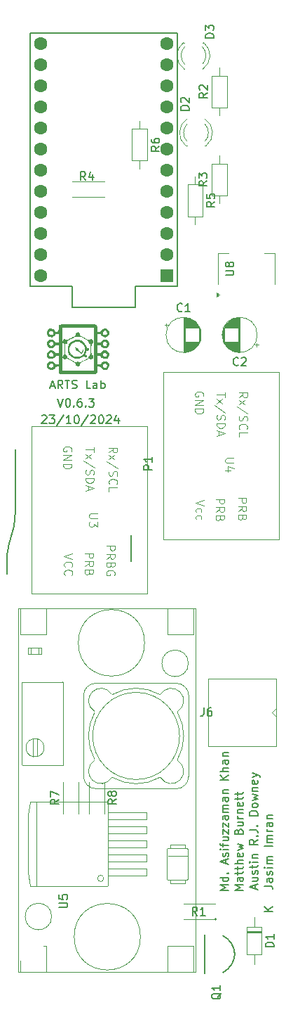
<source format=gbr>
%TF.GenerationSoftware,KiCad,Pcbnew,8.0.4*%
%TF.CreationDate,2024-10-29T21:41:18+06:00*%
%TF.ProjectId,PCB V0.6.3,50434220-5630-42e3-962e-332e6b696361,rev?*%
%TF.SameCoordinates,Original*%
%TF.FileFunction,Legend,Top*%
%TF.FilePolarity,Positive*%
%FSLAX46Y46*%
G04 Gerber Fmt 4.6, Leading zero omitted, Abs format (unit mm)*
G04 Created by KiCad (PCBNEW 8.0.4) date 2024-10-29 21:41:18*
%MOMM*%
%LPD*%
G01*
G04 APERTURE LIST*
%ADD10C,0.150000*%
%ADD11C,0.100000*%
%ADD12C,0.120000*%
%ADD13C,0.000000*%
%ADD14C,0.127000*%
%ADD15C,0.200000*%
%ADD16R,1.600000X1.600000*%
%ADD17C,1.600000*%
G04 APERTURE END LIST*
D10*
X85193922Y-109869819D02*
X85527255Y-110869819D01*
X85527255Y-110869819D02*
X85860588Y-109869819D01*
X86384398Y-109869819D02*
X86479636Y-109869819D01*
X86479636Y-109869819D02*
X86574874Y-109917438D01*
X86574874Y-109917438D02*
X86622493Y-109965057D01*
X86622493Y-109965057D02*
X86670112Y-110060295D01*
X86670112Y-110060295D02*
X86717731Y-110250771D01*
X86717731Y-110250771D02*
X86717731Y-110488866D01*
X86717731Y-110488866D02*
X86670112Y-110679342D01*
X86670112Y-110679342D02*
X86622493Y-110774580D01*
X86622493Y-110774580D02*
X86574874Y-110822200D01*
X86574874Y-110822200D02*
X86479636Y-110869819D01*
X86479636Y-110869819D02*
X86384398Y-110869819D01*
X86384398Y-110869819D02*
X86289160Y-110822200D01*
X86289160Y-110822200D02*
X86241541Y-110774580D01*
X86241541Y-110774580D02*
X86193922Y-110679342D01*
X86193922Y-110679342D02*
X86146303Y-110488866D01*
X86146303Y-110488866D02*
X86146303Y-110250771D01*
X86146303Y-110250771D02*
X86193922Y-110060295D01*
X86193922Y-110060295D02*
X86241541Y-109965057D01*
X86241541Y-109965057D02*
X86289160Y-109917438D01*
X86289160Y-109917438D02*
X86384398Y-109869819D01*
X87146303Y-110774580D02*
X87193922Y-110822200D01*
X87193922Y-110822200D02*
X87146303Y-110869819D01*
X87146303Y-110869819D02*
X87098684Y-110822200D01*
X87098684Y-110822200D02*
X87146303Y-110774580D01*
X87146303Y-110774580D02*
X87146303Y-110869819D01*
X88051064Y-109869819D02*
X87860588Y-109869819D01*
X87860588Y-109869819D02*
X87765350Y-109917438D01*
X87765350Y-109917438D02*
X87717731Y-109965057D01*
X87717731Y-109965057D02*
X87622493Y-110107914D01*
X87622493Y-110107914D02*
X87574874Y-110298390D01*
X87574874Y-110298390D02*
X87574874Y-110679342D01*
X87574874Y-110679342D02*
X87622493Y-110774580D01*
X87622493Y-110774580D02*
X87670112Y-110822200D01*
X87670112Y-110822200D02*
X87765350Y-110869819D01*
X87765350Y-110869819D02*
X87955826Y-110869819D01*
X87955826Y-110869819D02*
X88051064Y-110822200D01*
X88051064Y-110822200D02*
X88098683Y-110774580D01*
X88098683Y-110774580D02*
X88146302Y-110679342D01*
X88146302Y-110679342D02*
X88146302Y-110441247D01*
X88146302Y-110441247D02*
X88098683Y-110346009D01*
X88098683Y-110346009D02*
X88051064Y-110298390D01*
X88051064Y-110298390D02*
X87955826Y-110250771D01*
X87955826Y-110250771D02*
X87765350Y-110250771D01*
X87765350Y-110250771D02*
X87670112Y-110298390D01*
X87670112Y-110298390D02*
X87622493Y-110346009D01*
X87622493Y-110346009D02*
X87574874Y-110441247D01*
X88574874Y-110774580D02*
X88622493Y-110822200D01*
X88622493Y-110822200D02*
X88574874Y-110869819D01*
X88574874Y-110869819D02*
X88527255Y-110822200D01*
X88527255Y-110822200D02*
X88574874Y-110774580D01*
X88574874Y-110774580D02*
X88574874Y-110869819D01*
X88955826Y-109869819D02*
X89574873Y-109869819D01*
X89574873Y-109869819D02*
X89241540Y-110250771D01*
X89241540Y-110250771D02*
X89384397Y-110250771D01*
X89384397Y-110250771D02*
X89479635Y-110298390D01*
X89479635Y-110298390D02*
X89527254Y-110346009D01*
X89527254Y-110346009D02*
X89574873Y-110441247D01*
X89574873Y-110441247D02*
X89574873Y-110679342D01*
X89574873Y-110679342D02*
X89527254Y-110774580D01*
X89527254Y-110774580D02*
X89479635Y-110822200D01*
X89479635Y-110822200D02*
X89384397Y-110869819D01*
X89384397Y-110869819D02*
X89098683Y-110869819D01*
X89098683Y-110869819D02*
X89003445Y-110822200D01*
X89003445Y-110822200D02*
X88955826Y-110774580D01*
X83289160Y-111965057D02*
X83336779Y-111917438D01*
X83336779Y-111917438D02*
X83432017Y-111869819D01*
X83432017Y-111869819D02*
X83670112Y-111869819D01*
X83670112Y-111869819D02*
X83765350Y-111917438D01*
X83765350Y-111917438D02*
X83812969Y-111965057D01*
X83812969Y-111965057D02*
X83860588Y-112060295D01*
X83860588Y-112060295D02*
X83860588Y-112155533D01*
X83860588Y-112155533D02*
X83812969Y-112298390D01*
X83812969Y-112298390D02*
X83241541Y-112869819D01*
X83241541Y-112869819D02*
X83860588Y-112869819D01*
X84193922Y-111869819D02*
X84812969Y-111869819D01*
X84812969Y-111869819D02*
X84479636Y-112250771D01*
X84479636Y-112250771D02*
X84622493Y-112250771D01*
X84622493Y-112250771D02*
X84717731Y-112298390D01*
X84717731Y-112298390D02*
X84765350Y-112346009D01*
X84765350Y-112346009D02*
X84812969Y-112441247D01*
X84812969Y-112441247D02*
X84812969Y-112679342D01*
X84812969Y-112679342D02*
X84765350Y-112774580D01*
X84765350Y-112774580D02*
X84717731Y-112822200D01*
X84717731Y-112822200D02*
X84622493Y-112869819D01*
X84622493Y-112869819D02*
X84336779Y-112869819D01*
X84336779Y-112869819D02*
X84241541Y-112822200D01*
X84241541Y-112822200D02*
X84193922Y-112774580D01*
X85955826Y-111822200D02*
X85098684Y-113107914D01*
X86812969Y-112869819D02*
X86241541Y-112869819D01*
X86527255Y-112869819D02*
X86527255Y-111869819D01*
X86527255Y-111869819D02*
X86432017Y-112012676D01*
X86432017Y-112012676D02*
X86336779Y-112107914D01*
X86336779Y-112107914D02*
X86241541Y-112155533D01*
X87432017Y-111869819D02*
X87527255Y-111869819D01*
X87527255Y-111869819D02*
X87622493Y-111917438D01*
X87622493Y-111917438D02*
X87670112Y-111965057D01*
X87670112Y-111965057D02*
X87717731Y-112060295D01*
X87717731Y-112060295D02*
X87765350Y-112250771D01*
X87765350Y-112250771D02*
X87765350Y-112488866D01*
X87765350Y-112488866D02*
X87717731Y-112679342D01*
X87717731Y-112679342D02*
X87670112Y-112774580D01*
X87670112Y-112774580D02*
X87622493Y-112822200D01*
X87622493Y-112822200D02*
X87527255Y-112869819D01*
X87527255Y-112869819D02*
X87432017Y-112869819D01*
X87432017Y-112869819D02*
X87336779Y-112822200D01*
X87336779Y-112822200D02*
X87289160Y-112774580D01*
X87289160Y-112774580D02*
X87241541Y-112679342D01*
X87241541Y-112679342D02*
X87193922Y-112488866D01*
X87193922Y-112488866D02*
X87193922Y-112250771D01*
X87193922Y-112250771D02*
X87241541Y-112060295D01*
X87241541Y-112060295D02*
X87289160Y-111965057D01*
X87289160Y-111965057D02*
X87336779Y-111917438D01*
X87336779Y-111917438D02*
X87432017Y-111869819D01*
X88908207Y-111822200D02*
X88051065Y-113107914D01*
X89193922Y-111965057D02*
X89241541Y-111917438D01*
X89241541Y-111917438D02*
X89336779Y-111869819D01*
X89336779Y-111869819D02*
X89574874Y-111869819D01*
X89574874Y-111869819D02*
X89670112Y-111917438D01*
X89670112Y-111917438D02*
X89717731Y-111965057D01*
X89717731Y-111965057D02*
X89765350Y-112060295D01*
X89765350Y-112060295D02*
X89765350Y-112155533D01*
X89765350Y-112155533D02*
X89717731Y-112298390D01*
X89717731Y-112298390D02*
X89146303Y-112869819D01*
X89146303Y-112869819D02*
X89765350Y-112869819D01*
X90384398Y-111869819D02*
X90479636Y-111869819D01*
X90479636Y-111869819D02*
X90574874Y-111917438D01*
X90574874Y-111917438D02*
X90622493Y-111965057D01*
X90622493Y-111965057D02*
X90670112Y-112060295D01*
X90670112Y-112060295D02*
X90717731Y-112250771D01*
X90717731Y-112250771D02*
X90717731Y-112488866D01*
X90717731Y-112488866D02*
X90670112Y-112679342D01*
X90670112Y-112679342D02*
X90622493Y-112774580D01*
X90622493Y-112774580D02*
X90574874Y-112822200D01*
X90574874Y-112822200D02*
X90479636Y-112869819D01*
X90479636Y-112869819D02*
X90384398Y-112869819D01*
X90384398Y-112869819D02*
X90289160Y-112822200D01*
X90289160Y-112822200D02*
X90241541Y-112774580D01*
X90241541Y-112774580D02*
X90193922Y-112679342D01*
X90193922Y-112679342D02*
X90146303Y-112488866D01*
X90146303Y-112488866D02*
X90146303Y-112250771D01*
X90146303Y-112250771D02*
X90193922Y-112060295D01*
X90193922Y-112060295D02*
X90241541Y-111965057D01*
X90241541Y-111965057D02*
X90289160Y-111917438D01*
X90289160Y-111917438D02*
X90384398Y-111869819D01*
X91098684Y-111965057D02*
X91146303Y-111917438D01*
X91146303Y-111917438D02*
X91241541Y-111869819D01*
X91241541Y-111869819D02*
X91479636Y-111869819D01*
X91479636Y-111869819D02*
X91574874Y-111917438D01*
X91574874Y-111917438D02*
X91622493Y-111965057D01*
X91622493Y-111965057D02*
X91670112Y-112060295D01*
X91670112Y-112060295D02*
X91670112Y-112155533D01*
X91670112Y-112155533D02*
X91622493Y-112298390D01*
X91622493Y-112298390D02*
X91051065Y-112869819D01*
X91051065Y-112869819D02*
X91670112Y-112869819D01*
X92527255Y-112203152D02*
X92527255Y-112869819D01*
X92289160Y-111822200D02*
X92051065Y-112536485D01*
X92051065Y-112536485D02*
X92670112Y-112536485D01*
X105787819Y-169081220D02*
X104787819Y-169081220D01*
X104787819Y-169081220D02*
X105502104Y-168747887D01*
X105502104Y-168747887D02*
X104787819Y-168414554D01*
X104787819Y-168414554D02*
X105787819Y-168414554D01*
X105787819Y-167509792D02*
X104787819Y-167509792D01*
X105740200Y-167509792D02*
X105787819Y-167605030D01*
X105787819Y-167605030D02*
X105787819Y-167795506D01*
X105787819Y-167795506D02*
X105740200Y-167890744D01*
X105740200Y-167890744D02*
X105692580Y-167938363D01*
X105692580Y-167938363D02*
X105597342Y-167985982D01*
X105597342Y-167985982D02*
X105311628Y-167985982D01*
X105311628Y-167985982D02*
X105216390Y-167938363D01*
X105216390Y-167938363D02*
X105168771Y-167890744D01*
X105168771Y-167890744D02*
X105121152Y-167795506D01*
X105121152Y-167795506D02*
X105121152Y-167605030D01*
X105121152Y-167605030D02*
X105168771Y-167509792D01*
X105692580Y-167033601D02*
X105740200Y-166985982D01*
X105740200Y-166985982D02*
X105787819Y-167033601D01*
X105787819Y-167033601D02*
X105740200Y-167081220D01*
X105740200Y-167081220D02*
X105692580Y-167033601D01*
X105692580Y-167033601D02*
X105787819Y-167033601D01*
X105502104Y-165843125D02*
X105502104Y-165366935D01*
X105787819Y-165938363D02*
X104787819Y-165605030D01*
X104787819Y-165605030D02*
X105787819Y-165271697D01*
X105740200Y-164985982D02*
X105787819Y-164890744D01*
X105787819Y-164890744D02*
X105787819Y-164700268D01*
X105787819Y-164700268D02*
X105740200Y-164605030D01*
X105740200Y-164605030D02*
X105644961Y-164557411D01*
X105644961Y-164557411D02*
X105597342Y-164557411D01*
X105597342Y-164557411D02*
X105502104Y-164605030D01*
X105502104Y-164605030D02*
X105454485Y-164700268D01*
X105454485Y-164700268D02*
X105454485Y-164843125D01*
X105454485Y-164843125D02*
X105406866Y-164938363D01*
X105406866Y-164938363D02*
X105311628Y-164985982D01*
X105311628Y-164985982D02*
X105264009Y-164985982D01*
X105264009Y-164985982D02*
X105168771Y-164938363D01*
X105168771Y-164938363D02*
X105121152Y-164843125D01*
X105121152Y-164843125D02*
X105121152Y-164700268D01*
X105121152Y-164700268D02*
X105168771Y-164605030D01*
X105787819Y-164128839D02*
X105121152Y-164128839D01*
X104787819Y-164128839D02*
X104835438Y-164176458D01*
X104835438Y-164176458D02*
X104883057Y-164128839D01*
X104883057Y-164128839D02*
X104835438Y-164081220D01*
X104835438Y-164081220D02*
X104787819Y-164128839D01*
X104787819Y-164128839D02*
X104883057Y-164128839D01*
X105121152Y-163795506D02*
X105121152Y-163414554D01*
X105787819Y-163652649D02*
X104930676Y-163652649D01*
X104930676Y-163652649D02*
X104835438Y-163605030D01*
X104835438Y-163605030D02*
X104787819Y-163509792D01*
X104787819Y-163509792D02*
X104787819Y-163414554D01*
X105121152Y-162652649D02*
X105787819Y-162652649D01*
X105121152Y-163081220D02*
X105644961Y-163081220D01*
X105644961Y-163081220D02*
X105740200Y-163033601D01*
X105740200Y-163033601D02*
X105787819Y-162938363D01*
X105787819Y-162938363D02*
X105787819Y-162795506D01*
X105787819Y-162795506D02*
X105740200Y-162700268D01*
X105740200Y-162700268D02*
X105692580Y-162652649D01*
X105121152Y-162271696D02*
X105121152Y-161747887D01*
X105121152Y-161747887D02*
X105787819Y-162271696D01*
X105787819Y-162271696D02*
X105787819Y-161747887D01*
X105121152Y-161462172D02*
X105121152Y-160938363D01*
X105121152Y-160938363D02*
X105787819Y-161462172D01*
X105787819Y-161462172D02*
X105787819Y-160938363D01*
X105787819Y-160128839D02*
X105264009Y-160128839D01*
X105264009Y-160128839D02*
X105168771Y-160176458D01*
X105168771Y-160176458D02*
X105121152Y-160271696D01*
X105121152Y-160271696D02*
X105121152Y-160462172D01*
X105121152Y-160462172D02*
X105168771Y-160557410D01*
X105740200Y-160128839D02*
X105787819Y-160224077D01*
X105787819Y-160224077D02*
X105787819Y-160462172D01*
X105787819Y-160462172D02*
X105740200Y-160557410D01*
X105740200Y-160557410D02*
X105644961Y-160605029D01*
X105644961Y-160605029D02*
X105549723Y-160605029D01*
X105549723Y-160605029D02*
X105454485Y-160557410D01*
X105454485Y-160557410D02*
X105406866Y-160462172D01*
X105406866Y-160462172D02*
X105406866Y-160224077D01*
X105406866Y-160224077D02*
X105359247Y-160128839D01*
X105787819Y-159652648D02*
X105121152Y-159652648D01*
X105216390Y-159652648D02*
X105168771Y-159605029D01*
X105168771Y-159605029D02*
X105121152Y-159509791D01*
X105121152Y-159509791D02*
X105121152Y-159366934D01*
X105121152Y-159366934D02*
X105168771Y-159271696D01*
X105168771Y-159271696D02*
X105264009Y-159224077D01*
X105264009Y-159224077D02*
X105787819Y-159224077D01*
X105264009Y-159224077D02*
X105168771Y-159176458D01*
X105168771Y-159176458D02*
X105121152Y-159081220D01*
X105121152Y-159081220D02*
X105121152Y-158938363D01*
X105121152Y-158938363D02*
X105168771Y-158843124D01*
X105168771Y-158843124D02*
X105264009Y-158795505D01*
X105264009Y-158795505D02*
X105787819Y-158795505D01*
X105787819Y-157890744D02*
X105264009Y-157890744D01*
X105264009Y-157890744D02*
X105168771Y-157938363D01*
X105168771Y-157938363D02*
X105121152Y-158033601D01*
X105121152Y-158033601D02*
X105121152Y-158224077D01*
X105121152Y-158224077D02*
X105168771Y-158319315D01*
X105740200Y-157890744D02*
X105787819Y-157985982D01*
X105787819Y-157985982D02*
X105787819Y-158224077D01*
X105787819Y-158224077D02*
X105740200Y-158319315D01*
X105740200Y-158319315D02*
X105644961Y-158366934D01*
X105644961Y-158366934D02*
X105549723Y-158366934D01*
X105549723Y-158366934D02*
X105454485Y-158319315D01*
X105454485Y-158319315D02*
X105406866Y-158224077D01*
X105406866Y-158224077D02*
X105406866Y-157985982D01*
X105406866Y-157985982D02*
X105359247Y-157890744D01*
X105121152Y-157414553D02*
X105787819Y-157414553D01*
X105216390Y-157414553D02*
X105168771Y-157366934D01*
X105168771Y-157366934D02*
X105121152Y-157271696D01*
X105121152Y-157271696D02*
X105121152Y-157128839D01*
X105121152Y-157128839D02*
X105168771Y-157033601D01*
X105168771Y-157033601D02*
X105264009Y-156985982D01*
X105264009Y-156985982D02*
X105787819Y-156985982D01*
X105787819Y-155747886D02*
X104787819Y-155747886D01*
X105787819Y-155176458D02*
X105216390Y-155605029D01*
X104787819Y-155176458D02*
X105359247Y-155747886D01*
X105787819Y-154747886D02*
X104787819Y-154747886D01*
X105787819Y-154319315D02*
X105264009Y-154319315D01*
X105264009Y-154319315D02*
X105168771Y-154366934D01*
X105168771Y-154366934D02*
X105121152Y-154462172D01*
X105121152Y-154462172D02*
X105121152Y-154605029D01*
X105121152Y-154605029D02*
X105168771Y-154700267D01*
X105168771Y-154700267D02*
X105216390Y-154747886D01*
X105787819Y-153414553D02*
X105264009Y-153414553D01*
X105264009Y-153414553D02*
X105168771Y-153462172D01*
X105168771Y-153462172D02*
X105121152Y-153557410D01*
X105121152Y-153557410D02*
X105121152Y-153747886D01*
X105121152Y-153747886D02*
X105168771Y-153843124D01*
X105740200Y-153414553D02*
X105787819Y-153509791D01*
X105787819Y-153509791D02*
X105787819Y-153747886D01*
X105787819Y-153747886D02*
X105740200Y-153843124D01*
X105740200Y-153843124D02*
X105644961Y-153890743D01*
X105644961Y-153890743D02*
X105549723Y-153890743D01*
X105549723Y-153890743D02*
X105454485Y-153843124D01*
X105454485Y-153843124D02*
X105406866Y-153747886D01*
X105406866Y-153747886D02*
X105406866Y-153509791D01*
X105406866Y-153509791D02*
X105359247Y-153414553D01*
X105121152Y-152938362D02*
X105787819Y-152938362D01*
X105216390Y-152938362D02*
X105168771Y-152890743D01*
X105168771Y-152890743D02*
X105121152Y-152795505D01*
X105121152Y-152795505D02*
X105121152Y-152652648D01*
X105121152Y-152652648D02*
X105168771Y-152557410D01*
X105168771Y-152557410D02*
X105264009Y-152509791D01*
X105264009Y-152509791D02*
X105787819Y-152509791D01*
X109058104Y-168874839D02*
X109058104Y-168398649D01*
X109343819Y-168970077D02*
X108343819Y-168636744D01*
X108343819Y-168636744D02*
X109343819Y-168303411D01*
X108677152Y-167541506D02*
X109343819Y-167541506D01*
X108677152Y-167970077D02*
X109200961Y-167970077D01*
X109200961Y-167970077D02*
X109296200Y-167922458D01*
X109296200Y-167922458D02*
X109343819Y-167827220D01*
X109343819Y-167827220D02*
X109343819Y-167684363D01*
X109343819Y-167684363D02*
X109296200Y-167589125D01*
X109296200Y-167589125D02*
X109248580Y-167541506D01*
X109296200Y-167112934D02*
X109343819Y-167017696D01*
X109343819Y-167017696D02*
X109343819Y-166827220D01*
X109343819Y-166827220D02*
X109296200Y-166731982D01*
X109296200Y-166731982D02*
X109200961Y-166684363D01*
X109200961Y-166684363D02*
X109153342Y-166684363D01*
X109153342Y-166684363D02*
X109058104Y-166731982D01*
X109058104Y-166731982D02*
X109010485Y-166827220D01*
X109010485Y-166827220D02*
X109010485Y-166970077D01*
X109010485Y-166970077D02*
X108962866Y-167065315D01*
X108962866Y-167065315D02*
X108867628Y-167112934D01*
X108867628Y-167112934D02*
X108820009Y-167112934D01*
X108820009Y-167112934D02*
X108724771Y-167065315D01*
X108724771Y-167065315D02*
X108677152Y-166970077D01*
X108677152Y-166970077D02*
X108677152Y-166827220D01*
X108677152Y-166827220D02*
X108724771Y-166731982D01*
X108677152Y-166398648D02*
X108677152Y-166017696D01*
X108343819Y-166255791D02*
X109200961Y-166255791D01*
X109200961Y-166255791D02*
X109296200Y-166208172D01*
X109296200Y-166208172D02*
X109343819Y-166112934D01*
X109343819Y-166112934D02*
X109343819Y-166017696D01*
X109343819Y-165684362D02*
X108677152Y-165684362D01*
X108343819Y-165684362D02*
X108391438Y-165731981D01*
X108391438Y-165731981D02*
X108439057Y-165684362D01*
X108439057Y-165684362D02*
X108391438Y-165636743D01*
X108391438Y-165636743D02*
X108343819Y-165684362D01*
X108343819Y-165684362D02*
X108439057Y-165684362D01*
X108677152Y-165208172D02*
X109343819Y-165208172D01*
X108772390Y-165208172D02*
X108724771Y-165160553D01*
X108724771Y-165160553D02*
X108677152Y-165065315D01*
X108677152Y-165065315D02*
X108677152Y-164922458D01*
X108677152Y-164922458D02*
X108724771Y-164827220D01*
X108724771Y-164827220D02*
X108820009Y-164779601D01*
X108820009Y-164779601D02*
X109343819Y-164779601D01*
X109343819Y-162970077D02*
X108867628Y-163303410D01*
X109343819Y-163541505D02*
X108343819Y-163541505D01*
X108343819Y-163541505D02*
X108343819Y-163160553D01*
X108343819Y-163160553D02*
X108391438Y-163065315D01*
X108391438Y-163065315D02*
X108439057Y-163017696D01*
X108439057Y-163017696D02*
X108534295Y-162970077D01*
X108534295Y-162970077D02*
X108677152Y-162970077D01*
X108677152Y-162970077D02*
X108772390Y-163017696D01*
X108772390Y-163017696D02*
X108820009Y-163065315D01*
X108820009Y-163065315D02*
X108867628Y-163160553D01*
X108867628Y-163160553D02*
X108867628Y-163541505D01*
X109248580Y-162541505D02*
X109296200Y-162493886D01*
X109296200Y-162493886D02*
X109343819Y-162541505D01*
X109343819Y-162541505D02*
X109296200Y-162589124D01*
X109296200Y-162589124D02*
X109248580Y-162541505D01*
X109248580Y-162541505D02*
X109343819Y-162541505D01*
X108343819Y-161779601D02*
X109058104Y-161779601D01*
X109058104Y-161779601D02*
X109200961Y-161827220D01*
X109200961Y-161827220D02*
X109296200Y-161922458D01*
X109296200Y-161922458D02*
X109343819Y-162065315D01*
X109343819Y-162065315D02*
X109343819Y-162160553D01*
X109248580Y-161303410D02*
X109296200Y-161255791D01*
X109296200Y-161255791D02*
X109343819Y-161303410D01*
X109343819Y-161303410D02*
X109296200Y-161351029D01*
X109296200Y-161351029D02*
X109248580Y-161303410D01*
X109248580Y-161303410D02*
X109343819Y-161303410D01*
X109343819Y-160065315D02*
X108343819Y-160065315D01*
X108343819Y-160065315D02*
X108343819Y-159827220D01*
X108343819Y-159827220D02*
X108391438Y-159684363D01*
X108391438Y-159684363D02*
X108486676Y-159589125D01*
X108486676Y-159589125D02*
X108581914Y-159541506D01*
X108581914Y-159541506D02*
X108772390Y-159493887D01*
X108772390Y-159493887D02*
X108915247Y-159493887D01*
X108915247Y-159493887D02*
X109105723Y-159541506D01*
X109105723Y-159541506D02*
X109200961Y-159589125D01*
X109200961Y-159589125D02*
X109296200Y-159684363D01*
X109296200Y-159684363D02*
X109343819Y-159827220D01*
X109343819Y-159827220D02*
X109343819Y-160065315D01*
X109343819Y-158922458D02*
X109296200Y-159017696D01*
X109296200Y-159017696D02*
X109248580Y-159065315D01*
X109248580Y-159065315D02*
X109153342Y-159112934D01*
X109153342Y-159112934D02*
X108867628Y-159112934D01*
X108867628Y-159112934D02*
X108772390Y-159065315D01*
X108772390Y-159065315D02*
X108724771Y-159017696D01*
X108724771Y-159017696D02*
X108677152Y-158922458D01*
X108677152Y-158922458D02*
X108677152Y-158779601D01*
X108677152Y-158779601D02*
X108724771Y-158684363D01*
X108724771Y-158684363D02*
X108772390Y-158636744D01*
X108772390Y-158636744D02*
X108867628Y-158589125D01*
X108867628Y-158589125D02*
X109153342Y-158589125D01*
X109153342Y-158589125D02*
X109248580Y-158636744D01*
X109248580Y-158636744D02*
X109296200Y-158684363D01*
X109296200Y-158684363D02*
X109343819Y-158779601D01*
X109343819Y-158779601D02*
X109343819Y-158922458D01*
X108677152Y-158255791D02*
X109343819Y-158065315D01*
X109343819Y-158065315D02*
X108867628Y-157874839D01*
X108867628Y-157874839D02*
X109343819Y-157684363D01*
X109343819Y-157684363D02*
X108677152Y-157493887D01*
X108677152Y-157112934D02*
X109343819Y-157112934D01*
X108772390Y-157112934D02*
X108724771Y-157065315D01*
X108724771Y-157065315D02*
X108677152Y-156970077D01*
X108677152Y-156970077D02*
X108677152Y-156827220D01*
X108677152Y-156827220D02*
X108724771Y-156731982D01*
X108724771Y-156731982D02*
X108820009Y-156684363D01*
X108820009Y-156684363D02*
X109343819Y-156684363D01*
X109296200Y-155827220D02*
X109343819Y-155922458D01*
X109343819Y-155922458D02*
X109343819Y-156112934D01*
X109343819Y-156112934D02*
X109296200Y-156208172D01*
X109296200Y-156208172D02*
X109200961Y-156255791D01*
X109200961Y-156255791D02*
X108820009Y-156255791D01*
X108820009Y-156255791D02*
X108724771Y-156208172D01*
X108724771Y-156208172D02*
X108677152Y-156112934D01*
X108677152Y-156112934D02*
X108677152Y-155922458D01*
X108677152Y-155922458D02*
X108724771Y-155827220D01*
X108724771Y-155827220D02*
X108820009Y-155779601D01*
X108820009Y-155779601D02*
X108915247Y-155779601D01*
X108915247Y-155779601D02*
X109010485Y-156255791D01*
X108677152Y-155446267D02*
X109343819Y-155208172D01*
X108677152Y-154970077D02*
X109343819Y-155208172D01*
X109343819Y-155208172D02*
X109581914Y-155303410D01*
X109581914Y-155303410D02*
X109629533Y-155351029D01*
X109629533Y-155351029D02*
X109677152Y-155446267D01*
X110121819Y-168541506D02*
X110836104Y-168541506D01*
X110836104Y-168541506D02*
X110978961Y-168589125D01*
X110978961Y-168589125D02*
X111074200Y-168684363D01*
X111074200Y-168684363D02*
X111121819Y-168827220D01*
X111121819Y-168827220D02*
X111121819Y-168922458D01*
X111121819Y-167636744D02*
X110598009Y-167636744D01*
X110598009Y-167636744D02*
X110502771Y-167684363D01*
X110502771Y-167684363D02*
X110455152Y-167779601D01*
X110455152Y-167779601D02*
X110455152Y-167970077D01*
X110455152Y-167970077D02*
X110502771Y-168065315D01*
X111074200Y-167636744D02*
X111121819Y-167731982D01*
X111121819Y-167731982D02*
X111121819Y-167970077D01*
X111121819Y-167970077D02*
X111074200Y-168065315D01*
X111074200Y-168065315D02*
X110978961Y-168112934D01*
X110978961Y-168112934D02*
X110883723Y-168112934D01*
X110883723Y-168112934D02*
X110788485Y-168065315D01*
X110788485Y-168065315D02*
X110740866Y-167970077D01*
X110740866Y-167970077D02*
X110740866Y-167731982D01*
X110740866Y-167731982D02*
X110693247Y-167636744D01*
X111074200Y-167208172D02*
X111121819Y-167112934D01*
X111121819Y-167112934D02*
X111121819Y-166922458D01*
X111121819Y-166922458D02*
X111074200Y-166827220D01*
X111074200Y-166827220D02*
X110978961Y-166779601D01*
X110978961Y-166779601D02*
X110931342Y-166779601D01*
X110931342Y-166779601D02*
X110836104Y-166827220D01*
X110836104Y-166827220D02*
X110788485Y-166922458D01*
X110788485Y-166922458D02*
X110788485Y-167065315D01*
X110788485Y-167065315D02*
X110740866Y-167160553D01*
X110740866Y-167160553D02*
X110645628Y-167208172D01*
X110645628Y-167208172D02*
X110598009Y-167208172D01*
X110598009Y-167208172D02*
X110502771Y-167160553D01*
X110502771Y-167160553D02*
X110455152Y-167065315D01*
X110455152Y-167065315D02*
X110455152Y-166922458D01*
X110455152Y-166922458D02*
X110502771Y-166827220D01*
X111121819Y-166351029D02*
X110455152Y-166351029D01*
X110121819Y-166351029D02*
X110169438Y-166398648D01*
X110169438Y-166398648D02*
X110217057Y-166351029D01*
X110217057Y-166351029D02*
X110169438Y-166303410D01*
X110169438Y-166303410D02*
X110121819Y-166351029D01*
X110121819Y-166351029D02*
X110217057Y-166351029D01*
X111121819Y-165874839D02*
X110455152Y-165874839D01*
X110550390Y-165874839D02*
X110502771Y-165827220D01*
X110502771Y-165827220D02*
X110455152Y-165731982D01*
X110455152Y-165731982D02*
X110455152Y-165589125D01*
X110455152Y-165589125D02*
X110502771Y-165493887D01*
X110502771Y-165493887D02*
X110598009Y-165446268D01*
X110598009Y-165446268D02*
X111121819Y-165446268D01*
X110598009Y-165446268D02*
X110502771Y-165398649D01*
X110502771Y-165398649D02*
X110455152Y-165303411D01*
X110455152Y-165303411D02*
X110455152Y-165160554D01*
X110455152Y-165160554D02*
X110502771Y-165065315D01*
X110502771Y-165065315D02*
X110598009Y-165017696D01*
X110598009Y-165017696D02*
X111121819Y-165017696D01*
X111121819Y-163779601D02*
X110121819Y-163779601D01*
X111121819Y-163303411D02*
X110455152Y-163303411D01*
X110550390Y-163303411D02*
X110502771Y-163255792D01*
X110502771Y-163255792D02*
X110455152Y-163160554D01*
X110455152Y-163160554D02*
X110455152Y-163017697D01*
X110455152Y-163017697D02*
X110502771Y-162922459D01*
X110502771Y-162922459D02*
X110598009Y-162874840D01*
X110598009Y-162874840D02*
X111121819Y-162874840D01*
X110598009Y-162874840D02*
X110502771Y-162827221D01*
X110502771Y-162827221D02*
X110455152Y-162731983D01*
X110455152Y-162731983D02*
X110455152Y-162589126D01*
X110455152Y-162589126D02*
X110502771Y-162493887D01*
X110502771Y-162493887D02*
X110598009Y-162446268D01*
X110598009Y-162446268D02*
X111121819Y-162446268D01*
X111121819Y-161970078D02*
X110455152Y-161970078D01*
X110645628Y-161970078D02*
X110550390Y-161922459D01*
X110550390Y-161922459D02*
X110502771Y-161874840D01*
X110502771Y-161874840D02*
X110455152Y-161779602D01*
X110455152Y-161779602D02*
X110455152Y-161684364D01*
X111121819Y-160922459D02*
X110598009Y-160922459D01*
X110598009Y-160922459D02*
X110502771Y-160970078D01*
X110502771Y-160970078D02*
X110455152Y-161065316D01*
X110455152Y-161065316D02*
X110455152Y-161255792D01*
X110455152Y-161255792D02*
X110502771Y-161351030D01*
X111074200Y-160922459D02*
X111121819Y-161017697D01*
X111121819Y-161017697D02*
X111121819Y-161255792D01*
X111121819Y-161255792D02*
X111074200Y-161351030D01*
X111074200Y-161351030D02*
X110978961Y-161398649D01*
X110978961Y-161398649D02*
X110883723Y-161398649D01*
X110883723Y-161398649D02*
X110788485Y-161351030D01*
X110788485Y-161351030D02*
X110740866Y-161255792D01*
X110740866Y-161255792D02*
X110740866Y-161017697D01*
X110740866Y-161017697D02*
X110693247Y-160922459D01*
X110455152Y-160446268D02*
X111121819Y-160446268D01*
X110550390Y-160446268D02*
X110502771Y-160398649D01*
X110502771Y-160398649D02*
X110455152Y-160303411D01*
X110455152Y-160303411D02*
X110455152Y-160160554D01*
X110455152Y-160160554D02*
X110502771Y-160065316D01*
X110502771Y-160065316D02*
X110598009Y-160017697D01*
X110598009Y-160017697D02*
X111121819Y-160017697D01*
X107565819Y-169081220D02*
X106565819Y-169081220D01*
X106565819Y-169081220D02*
X107280104Y-168747887D01*
X107280104Y-168747887D02*
X106565819Y-168414554D01*
X106565819Y-168414554D02*
X107565819Y-168414554D01*
X107565819Y-167509792D02*
X107042009Y-167509792D01*
X107042009Y-167509792D02*
X106946771Y-167557411D01*
X106946771Y-167557411D02*
X106899152Y-167652649D01*
X106899152Y-167652649D02*
X106899152Y-167843125D01*
X106899152Y-167843125D02*
X106946771Y-167938363D01*
X107518200Y-167509792D02*
X107565819Y-167605030D01*
X107565819Y-167605030D02*
X107565819Y-167843125D01*
X107565819Y-167843125D02*
X107518200Y-167938363D01*
X107518200Y-167938363D02*
X107422961Y-167985982D01*
X107422961Y-167985982D02*
X107327723Y-167985982D01*
X107327723Y-167985982D02*
X107232485Y-167938363D01*
X107232485Y-167938363D02*
X107184866Y-167843125D01*
X107184866Y-167843125D02*
X107184866Y-167605030D01*
X107184866Y-167605030D02*
X107137247Y-167509792D01*
X106899152Y-167176458D02*
X106899152Y-166795506D01*
X106565819Y-167033601D02*
X107422961Y-167033601D01*
X107422961Y-167033601D02*
X107518200Y-166985982D01*
X107518200Y-166985982D02*
X107565819Y-166890744D01*
X107565819Y-166890744D02*
X107565819Y-166795506D01*
X106899152Y-166605029D02*
X106899152Y-166224077D01*
X106565819Y-166462172D02*
X107422961Y-166462172D01*
X107422961Y-166462172D02*
X107518200Y-166414553D01*
X107518200Y-166414553D02*
X107565819Y-166319315D01*
X107565819Y-166319315D02*
X107565819Y-166224077D01*
X107565819Y-165890743D02*
X106565819Y-165890743D01*
X107565819Y-165462172D02*
X107042009Y-165462172D01*
X107042009Y-165462172D02*
X106946771Y-165509791D01*
X106946771Y-165509791D02*
X106899152Y-165605029D01*
X106899152Y-165605029D02*
X106899152Y-165747886D01*
X106899152Y-165747886D02*
X106946771Y-165843124D01*
X106946771Y-165843124D02*
X106994390Y-165890743D01*
X107518200Y-164605029D02*
X107565819Y-164700267D01*
X107565819Y-164700267D02*
X107565819Y-164890743D01*
X107565819Y-164890743D02*
X107518200Y-164985981D01*
X107518200Y-164985981D02*
X107422961Y-165033600D01*
X107422961Y-165033600D02*
X107042009Y-165033600D01*
X107042009Y-165033600D02*
X106946771Y-164985981D01*
X106946771Y-164985981D02*
X106899152Y-164890743D01*
X106899152Y-164890743D02*
X106899152Y-164700267D01*
X106899152Y-164700267D02*
X106946771Y-164605029D01*
X106946771Y-164605029D02*
X107042009Y-164557410D01*
X107042009Y-164557410D02*
X107137247Y-164557410D01*
X107137247Y-164557410D02*
X107232485Y-165033600D01*
X106899152Y-164224076D02*
X107565819Y-164033600D01*
X107565819Y-164033600D02*
X107089628Y-163843124D01*
X107089628Y-163843124D02*
X107565819Y-163652648D01*
X107565819Y-163652648D02*
X106899152Y-163462172D01*
X107042009Y-161985981D02*
X107089628Y-161843124D01*
X107089628Y-161843124D02*
X107137247Y-161795505D01*
X107137247Y-161795505D02*
X107232485Y-161747886D01*
X107232485Y-161747886D02*
X107375342Y-161747886D01*
X107375342Y-161747886D02*
X107470580Y-161795505D01*
X107470580Y-161795505D02*
X107518200Y-161843124D01*
X107518200Y-161843124D02*
X107565819Y-161938362D01*
X107565819Y-161938362D02*
X107565819Y-162319314D01*
X107565819Y-162319314D02*
X106565819Y-162319314D01*
X106565819Y-162319314D02*
X106565819Y-161985981D01*
X106565819Y-161985981D02*
X106613438Y-161890743D01*
X106613438Y-161890743D02*
X106661057Y-161843124D01*
X106661057Y-161843124D02*
X106756295Y-161795505D01*
X106756295Y-161795505D02*
X106851533Y-161795505D01*
X106851533Y-161795505D02*
X106946771Y-161843124D01*
X106946771Y-161843124D02*
X106994390Y-161890743D01*
X106994390Y-161890743D02*
X107042009Y-161985981D01*
X107042009Y-161985981D02*
X107042009Y-162319314D01*
X106899152Y-160890743D02*
X107565819Y-160890743D01*
X106899152Y-161319314D02*
X107422961Y-161319314D01*
X107422961Y-161319314D02*
X107518200Y-161271695D01*
X107518200Y-161271695D02*
X107565819Y-161176457D01*
X107565819Y-161176457D02*
X107565819Y-161033600D01*
X107565819Y-161033600D02*
X107518200Y-160938362D01*
X107518200Y-160938362D02*
X107470580Y-160890743D01*
X107565819Y-160414552D02*
X106899152Y-160414552D01*
X107089628Y-160414552D02*
X106994390Y-160366933D01*
X106994390Y-160366933D02*
X106946771Y-160319314D01*
X106946771Y-160319314D02*
X106899152Y-160224076D01*
X106899152Y-160224076D02*
X106899152Y-160128838D01*
X106899152Y-159795504D02*
X107565819Y-159795504D01*
X106994390Y-159795504D02*
X106946771Y-159747885D01*
X106946771Y-159747885D02*
X106899152Y-159652647D01*
X106899152Y-159652647D02*
X106899152Y-159509790D01*
X106899152Y-159509790D02*
X106946771Y-159414552D01*
X106946771Y-159414552D02*
X107042009Y-159366933D01*
X107042009Y-159366933D02*
X107565819Y-159366933D01*
X107518200Y-158509790D02*
X107565819Y-158605028D01*
X107565819Y-158605028D02*
X107565819Y-158795504D01*
X107565819Y-158795504D02*
X107518200Y-158890742D01*
X107518200Y-158890742D02*
X107422961Y-158938361D01*
X107422961Y-158938361D02*
X107042009Y-158938361D01*
X107042009Y-158938361D02*
X106946771Y-158890742D01*
X106946771Y-158890742D02*
X106899152Y-158795504D01*
X106899152Y-158795504D02*
X106899152Y-158605028D01*
X106899152Y-158605028D02*
X106946771Y-158509790D01*
X106946771Y-158509790D02*
X107042009Y-158462171D01*
X107042009Y-158462171D02*
X107137247Y-158462171D01*
X107137247Y-158462171D02*
X107232485Y-158938361D01*
X106899152Y-158176456D02*
X106899152Y-157795504D01*
X106565819Y-158033599D02*
X107422961Y-158033599D01*
X107422961Y-158033599D02*
X107518200Y-157985980D01*
X107518200Y-157985980D02*
X107565819Y-157890742D01*
X107565819Y-157890742D02*
X107565819Y-157795504D01*
X106899152Y-157605027D02*
X106899152Y-157224075D01*
X106565819Y-157462170D02*
X107422961Y-157462170D01*
X107422961Y-157462170D02*
X107518200Y-157414551D01*
X107518200Y-157414551D02*
X107565819Y-157319313D01*
X107565819Y-157319313D02*
X107565819Y-157224075D01*
D11*
X89987580Y-123718095D02*
X89178057Y-123718095D01*
X89178057Y-123718095D02*
X89082819Y-123765714D01*
X89082819Y-123765714D02*
X89035200Y-123813333D01*
X89035200Y-123813333D02*
X88987580Y-123908571D01*
X88987580Y-123908571D02*
X88987580Y-124099047D01*
X88987580Y-124099047D02*
X89035200Y-124194285D01*
X89035200Y-124194285D02*
X89082819Y-124241904D01*
X89082819Y-124241904D02*
X89178057Y-124289523D01*
X89178057Y-124289523D02*
X89987580Y-124289523D01*
X89987580Y-124670476D02*
X89987580Y-125289523D01*
X89987580Y-125289523D02*
X89606628Y-124956190D01*
X89606628Y-124956190D02*
X89606628Y-125099047D01*
X89606628Y-125099047D02*
X89559009Y-125194285D01*
X89559009Y-125194285D02*
X89511390Y-125241904D01*
X89511390Y-125241904D02*
X89416152Y-125289523D01*
X89416152Y-125289523D02*
X89178057Y-125289523D01*
X89178057Y-125289523D02*
X89082819Y-125241904D01*
X89082819Y-125241904D02*
X89035200Y-125194285D01*
X89035200Y-125194285D02*
X88987580Y-125099047D01*
X88987580Y-125099047D02*
X88987580Y-124813333D01*
X88987580Y-124813333D02*
X89035200Y-124718095D01*
X89035200Y-124718095D02*
X89082819Y-124670476D01*
X91072580Y-127583884D02*
X92072580Y-127583884D01*
X92072580Y-127583884D02*
X92072580Y-127964836D01*
X92072580Y-127964836D02*
X92024961Y-128060074D01*
X92024961Y-128060074D02*
X91977342Y-128107693D01*
X91977342Y-128107693D02*
X91882104Y-128155312D01*
X91882104Y-128155312D02*
X91739247Y-128155312D01*
X91739247Y-128155312D02*
X91644009Y-128107693D01*
X91644009Y-128107693D02*
X91596390Y-128060074D01*
X91596390Y-128060074D02*
X91548771Y-127964836D01*
X91548771Y-127964836D02*
X91548771Y-127583884D01*
X91072580Y-129155312D02*
X91548771Y-128821979D01*
X91072580Y-128583884D02*
X92072580Y-128583884D01*
X92072580Y-128583884D02*
X92072580Y-128964836D01*
X92072580Y-128964836D02*
X92024961Y-129060074D01*
X92024961Y-129060074D02*
X91977342Y-129107693D01*
X91977342Y-129107693D02*
X91882104Y-129155312D01*
X91882104Y-129155312D02*
X91739247Y-129155312D01*
X91739247Y-129155312D02*
X91644009Y-129107693D01*
X91644009Y-129107693D02*
X91596390Y-129060074D01*
X91596390Y-129060074D02*
X91548771Y-128964836D01*
X91548771Y-128964836D02*
X91548771Y-128583884D01*
X91596390Y-129917217D02*
X91548771Y-130060074D01*
X91548771Y-130060074D02*
X91501152Y-130107693D01*
X91501152Y-130107693D02*
X91405914Y-130155312D01*
X91405914Y-130155312D02*
X91263057Y-130155312D01*
X91263057Y-130155312D02*
X91167819Y-130107693D01*
X91167819Y-130107693D02*
X91120200Y-130060074D01*
X91120200Y-130060074D02*
X91072580Y-129964836D01*
X91072580Y-129964836D02*
X91072580Y-129583884D01*
X91072580Y-129583884D02*
X92072580Y-129583884D01*
X92072580Y-129583884D02*
X92072580Y-129917217D01*
X92072580Y-129917217D02*
X92024961Y-130012455D01*
X92024961Y-130012455D02*
X91977342Y-130060074D01*
X91977342Y-130060074D02*
X91882104Y-130107693D01*
X91882104Y-130107693D02*
X91786866Y-130107693D01*
X91786866Y-130107693D02*
X91691628Y-130060074D01*
X91691628Y-130060074D02*
X91644009Y-130012455D01*
X91644009Y-130012455D02*
X91596390Y-129917217D01*
X91596390Y-129917217D02*
X91596390Y-129583884D01*
X92024961Y-131107693D02*
X92072580Y-131012455D01*
X92072580Y-131012455D02*
X92072580Y-130869598D01*
X92072580Y-130869598D02*
X92024961Y-130726741D01*
X92024961Y-130726741D02*
X91929723Y-130631503D01*
X91929723Y-130631503D02*
X91834485Y-130583884D01*
X91834485Y-130583884D02*
X91644009Y-130536265D01*
X91644009Y-130536265D02*
X91501152Y-130536265D01*
X91501152Y-130536265D02*
X91310676Y-130583884D01*
X91310676Y-130583884D02*
X91215438Y-130631503D01*
X91215438Y-130631503D02*
X91120200Y-130726741D01*
X91120200Y-130726741D02*
X91072580Y-130869598D01*
X91072580Y-130869598D02*
X91072580Y-130964836D01*
X91072580Y-130964836D02*
X91120200Y-131107693D01*
X91120200Y-131107693D02*
X91167819Y-131155312D01*
X91167819Y-131155312D02*
X91501152Y-131155312D01*
X91501152Y-131155312D02*
X91501152Y-130964836D01*
X86972580Y-128541027D02*
X85972580Y-128874360D01*
X85972580Y-128874360D02*
X86972580Y-129207693D01*
X86067819Y-130112455D02*
X86020200Y-130064836D01*
X86020200Y-130064836D02*
X85972580Y-129921979D01*
X85972580Y-129921979D02*
X85972580Y-129826741D01*
X85972580Y-129826741D02*
X86020200Y-129683884D01*
X86020200Y-129683884D02*
X86115438Y-129588646D01*
X86115438Y-129588646D02*
X86210676Y-129541027D01*
X86210676Y-129541027D02*
X86401152Y-129493408D01*
X86401152Y-129493408D02*
X86544009Y-129493408D01*
X86544009Y-129493408D02*
X86734485Y-129541027D01*
X86734485Y-129541027D02*
X86829723Y-129588646D01*
X86829723Y-129588646D02*
X86924961Y-129683884D01*
X86924961Y-129683884D02*
X86972580Y-129826741D01*
X86972580Y-129826741D02*
X86972580Y-129921979D01*
X86972580Y-129921979D02*
X86924961Y-130064836D01*
X86924961Y-130064836D02*
X86877342Y-130112455D01*
X86067819Y-131112455D02*
X86020200Y-131064836D01*
X86020200Y-131064836D02*
X85972580Y-130921979D01*
X85972580Y-130921979D02*
X85972580Y-130826741D01*
X85972580Y-130826741D02*
X86020200Y-130683884D01*
X86020200Y-130683884D02*
X86115438Y-130588646D01*
X86115438Y-130588646D02*
X86210676Y-130541027D01*
X86210676Y-130541027D02*
X86401152Y-130493408D01*
X86401152Y-130493408D02*
X86544009Y-130493408D01*
X86544009Y-130493408D02*
X86734485Y-130541027D01*
X86734485Y-130541027D02*
X86829723Y-130588646D01*
X86829723Y-130588646D02*
X86924961Y-130683884D01*
X86924961Y-130683884D02*
X86972580Y-130826741D01*
X86972580Y-130826741D02*
X86972580Y-130921979D01*
X86972580Y-130921979D02*
X86924961Y-131064836D01*
X86924961Y-131064836D02*
X86877342Y-131112455D01*
X86824961Y-116207693D02*
X86872580Y-116112455D01*
X86872580Y-116112455D02*
X86872580Y-115969598D01*
X86872580Y-115969598D02*
X86824961Y-115826741D01*
X86824961Y-115826741D02*
X86729723Y-115731503D01*
X86729723Y-115731503D02*
X86634485Y-115683884D01*
X86634485Y-115683884D02*
X86444009Y-115636265D01*
X86444009Y-115636265D02*
X86301152Y-115636265D01*
X86301152Y-115636265D02*
X86110676Y-115683884D01*
X86110676Y-115683884D02*
X86015438Y-115731503D01*
X86015438Y-115731503D02*
X85920200Y-115826741D01*
X85920200Y-115826741D02*
X85872580Y-115969598D01*
X85872580Y-115969598D02*
X85872580Y-116064836D01*
X85872580Y-116064836D02*
X85920200Y-116207693D01*
X85920200Y-116207693D02*
X85967819Y-116255312D01*
X85967819Y-116255312D02*
X86301152Y-116255312D01*
X86301152Y-116255312D02*
X86301152Y-116064836D01*
X85872580Y-116683884D02*
X86872580Y-116683884D01*
X86872580Y-116683884D02*
X85872580Y-117255312D01*
X85872580Y-117255312D02*
X86872580Y-117255312D01*
X85872580Y-117731503D02*
X86872580Y-117731503D01*
X86872580Y-117731503D02*
X86872580Y-117969598D01*
X86872580Y-117969598D02*
X86824961Y-118112455D01*
X86824961Y-118112455D02*
X86729723Y-118207693D01*
X86729723Y-118207693D02*
X86634485Y-118255312D01*
X86634485Y-118255312D02*
X86444009Y-118302931D01*
X86444009Y-118302931D02*
X86301152Y-118302931D01*
X86301152Y-118302931D02*
X86110676Y-118255312D01*
X86110676Y-118255312D02*
X86015438Y-118207693D01*
X86015438Y-118207693D02*
X85920200Y-118112455D01*
X85920200Y-118112455D02*
X85872580Y-117969598D01*
X85872580Y-117969598D02*
X85872580Y-117731503D01*
X91372580Y-116355312D02*
X91848771Y-116021979D01*
X91372580Y-115783884D02*
X92372580Y-115783884D01*
X92372580Y-115783884D02*
X92372580Y-116164836D01*
X92372580Y-116164836D02*
X92324961Y-116260074D01*
X92324961Y-116260074D02*
X92277342Y-116307693D01*
X92277342Y-116307693D02*
X92182104Y-116355312D01*
X92182104Y-116355312D02*
X92039247Y-116355312D01*
X92039247Y-116355312D02*
X91944009Y-116307693D01*
X91944009Y-116307693D02*
X91896390Y-116260074D01*
X91896390Y-116260074D02*
X91848771Y-116164836D01*
X91848771Y-116164836D02*
X91848771Y-115783884D01*
X91372580Y-116688646D02*
X92039247Y-117212455D01*
X92039247Y-116688646D02*
X91372580Y-117212455D01*
X92420200Y-118307693D02*
X91134485Y-117450551D01*
X91420200Y-118593408D02*
X91372580Y-118736265D01*
X91372580Y-118736265D02*
X91372580Y-118974360D01*
X91372580Y-118974360D02*
X91420200Y-119069598D01*
X91420200Y-119069598D02*
X91467819Y-119117217D01*
X91467819Y-119117217D02*
X91563057Y-119164836D01*
X91563057Y-119164836D02*
X91658295Y-119164836D01*
X91658295Y-119164836D02*
X91753533Y-119117217D01*
X91753533Y-119117217D02*
X91801152Y-119069598D01*
X91801152Y-119069598D02*
X91848771Y-118974360D01*
X91848771Y-118974360D02*
X91896390Y-118783884D01*
X91896390Y-118783884D02*
X91944009Y-118688646D01*
X91944009Y-118688646D02*
X91991628Y-118641027D01*
X91991628Y-118641027D02*
X92086866Y-118593408D01*
X92086866Y-118593408D02*
X92182104Y-118593408D01*
X92182104Y-118593408D02*
X92277342Y-118641027D01*
X92277342Y-118641027D02*
X92324961Y-118688646D01*
X92324961Y-118688646D02*
X92372580Y-118783884D01*
X92372580Y-118783884D02*
X92372580Y-119021979D01*
X92372580Y-119021979D02*
X92324961Y-119164836D01*
X91467819Y-120164836D02*
X91420200Y-120117217D01*
X91420200Y-120117217D02*
X91372580Y-119974360D01*
X91372580Y-119974360D02*
X91372580Y-119879122D01*
X91372580Y-119879122D02*
X91420200Y-119736265D01*
X91420200Y-119736265D02*
X91515438Y-119641027D01*
X91515438Y-119641027D02*
X91610676Y-119593408D01*
X91610676Y-119593408D02*
X91801152Y-119545789D01*
X91801152Y-119545789D02*
X91944009Y-119545789D01*
X91944009Y-119545789D02*
X92134485Y-119593408D01*
X92134485Y-119593408D02*
X92229723Y-119641027D01*
X92229723Y-119641027D02*
X92324961Y-119736265D01*
X92324961Y-119736265D02*
X92372580Y-119879122D01*
X92372580Y-119879122D02*
X92372580Y-119974360D01*
X92372580Y-119974360D02*
X92324961Y-120117217D01*
X92324961Y-120117217D02*
X92277342Y-120164836D01*
X91372580Y-121069598D02*
X91372580Y-120593408D01*
X91372580Y-120593408D02*
X92372580Y-120593408D01*
X88472580Y-128483884D02*
X89472580Y-128483884D01*
X89472580Y-128483884D02*
X89472580Y-128864836D01*
X89472580Y-128864836D02*
X89424961Y-128960074D01*
X89424961Y-128960074D02*
X89377342Y-129007693D01*
X89377342Y-129007693D02*
X89282104Y-129055312D01*
X89282104Y-129055312D02*
X89139247Y-129055312D01*
X89139247Y-129055312D02*
X89044009Y-129007693D01*
X89044009Y-129007693D02*
X88996390Y-128960074D01*
X88996390Y-128960074D02*
X88948771Y-128864836D01*
X88948771Y-128864836D02*
X88948771Y-128483884D01*
X88472580Y-130055312D02*
X88948771Y-129721979D01*
X88472580Y-129483884D02*
X89472580Y-129483884D01*
X89472580Y-129483884D02*
X89472580Y-129864836D01*
X89472580Y-129864836D02*
X89424961Y-129960074D01*
X89424961Y-129960074D02*
X89377342Y-130007693D01*
X89377342Y-130007693D02*
X89282104Y-130055312D01*
X89282104Y-130055312D02*
X89139247Y-130055312D01*
X89139247Y-130055312D02*
X89044009Y-130007693D01*
X89044009Y-130007693D02*
X88996390Y-129960074D01*
X88996390Y-129960074D02*
X88948771Y-129864836D01*
X88948771Y-129864836D02*
X88948771Y-129483884D01*
X88996390Y-130817217D02*
X88948771Y-130960074D01*
X88948771Y-130960074D02*
X88901152Y-131007693D01*
X88901152Y-131007693D02*
X88805914Y-131055312D01*
X88805914Y-131055312D02*
X88663057Y-131055312D01*
X88663057Y-131055312D02*
X88567819Y-131007693D01*
X88567819Y-131007693D02*
X88520200Y-130960074D01*
X88520200Y-130960074D02*
X88472580Y-130864836D01*
X88472580Y-130864836D02*
X88472580Y-130483884D01*
X88472580Y-130483884D02*
X89472580Y-130483884D01*
X89472580Y-130483884D02*
X89472580Y-130817217D01*
X89472580Y-130817217D02*
X89424961Y-130912455D01*
X89424961Y-130912455D02*
X89377342Y-130960074D01*
X89377342Y-130960074D02*
X89282104Y-131007693D01*
X89282104Y-131007693D02*
X89186866Y-131007693D01*
X89186866Y-131007693D02*
X89091628Y-130960074D01*
X89091628Y-130960074D02*
X89044009Y-130912455D01*
X89044009Y-130912455D02*
X88996390Y-130817217D01*
X88996390Y-130817217D02*
X88996390Y-130483884D01*
X89572580Y-115741027D02*
X89572580Y-116312455D01*
X88572580Y-116026741D02*
X89572580Y-116026741D01*
X88572580Y-116550551D02*
X89239247Y-117074360D01*
X89239247Y-116550551D02*
X88572580Y-117074360D01*
X89620200Y-118169598D02*
X88334485Y-117312456D01*
X88620200Y-118455313D02*
X88572580Y-118598170D01*
X88572580Y-118598170D02*
X88572580Y-118836265D01*
X88572580Y-118836265D02*
X88620200Y-118931503D01*
X88620200Y-118931503D02*
X88667819Y-118979122D01*
X88667819Y-118979122D02*
X88763057Y-119026741D01*
X88763057Y-119026741D02*
X88858295Y-119026741D01*
X88858295Y-119026741D02*
X88953533Y-118979122D01*
X88953533Y-118979122D02*
X89001152Y-118931503D01*
X89001152Y-118931503D02*
X89048771Y-118836265D01*
X89048771Y-118836265D02*
X89096390Y-118645789D01*
X89096390Y-118645789D02*
X89144009Y-118550551D01*
X89144009Y-118550551D02*
X89191628Y-118502932D01*
X89191628Y-118502932D02*
X89286866Y-118455313D01*
X89286866Y-118455313D02*
X89382104Y-118455313D01*
X89382104Y-118455313D02*
X89477342Y-118502932D01*
X89477342Y-118502932D02*
X89524961Y-118550551D01*
X89524961Y-118550551D02*
X89572580Y-118645789D01*
X89572580Y-118645789D02*
X89572580Y-118883884D01*
X89572580Y-118883884D02*
X89524961Y-119026741D01*
X88572580Y-119455313D02*
X89572580Y-119455313D01*
X89572580Y-119455313D02*
X89572580Y-119693408D01*
X89572580Y-119693408D02*
X89524961Y-119836265D01*
X89524961Y-119836265D02*
X89429723Y-119931503D01*
X89429723Y-119931503D02*
X89334485Y-119979122D01*
X89334485Y-119979122D02*
X89144009Y-120026741D01*
X89144009Y-120026741D02*
X89001152Y-120026741D01*
X89001152Y-120026741D02*
X88810676Y-119979122D01*
X88810676Y-119979122D02*
X88715438Y-119931503D01*
X88715438Y-119931503D02*
X88620200Y-119836265D01*
X88620200Y-119836265D02*
X88572580Y-119693408D01*
X88572580Y-119693408D02*
X88572580Y-119455313D01*
X88858295Y-120407694D02*
X88858295Y-120883884D01*
X88572580Y-120312456D02*
X89572580Y-120645789D01*
X89572580Y-120645789D02*
X88572580Y-120979122D01*
D10*
X101054819Y-75138094D02*
X100054819Y-75138094D01*
X100054819Y-75138094D02*
X100054819Y-74899999D01*
X100054819Y-74899999D02*
X100102438Y-74757142D01*
X100102438Y-74757142D02*
X100197676Y-74661904D01*
X100197676Y-74661904D02*
X100292914Y-74614285D01*
X100292914Y-74614285D02*
X100483390Y-74566666D01*
X100483390Y-74566666D02*
X100626247Y-74566666D01*
X100626247Y-74566666D02*
X100816723Y-74614285D01*
X100816723Y-74614285D02*
X100911961Y-74661904D01*
X100911961Y-74661904D02*
X101007200Y-74757142D01*
X101007200Y-74757142D02*
X101054819Y-74899999D01*
X101054819Y-74899999D02*
X101054819Y-75138094D01*
X100150057Y-74185713D02*
X100102438Y-74138094D01*
X100102438Y-74138094D02*
X100054819Y-74042856D01*
X100054819Y-74042856D02*
X100054819Y-73804761D01*
X100054819Y-73804761D02*
X100102438Y-73709523D01*
X100102438Y-73709523D02*
X100150057Y-73661904D01*
X100150057Y-73661904D02*
X100245295Y-73614285D01*
X100245295Y-73614285D02*
X100340533Y-73614285D01*
X100340533Y-73614285D02*
X100483390Y-73661904D01*
X100483390Y-73661904D02*
X101054819Y-74233332D01*
X101054819Y-74233332D02*
X101054819Y-73614285D01*
X103234819Y-83666666D02*
X102758628Y-83999999D01*
X103234819Y-84238094D02*
X102234819Y-84238094D01*
X102234819Y-84238094D02*
X102234819Y-83857142D01*
X102234819Y-83857142D02*
X102282438Y-83761904D01*
X102282438Y-83761904D02*
X102330057Y-83714285D01*
X102330057Y-83714285D02*
X102425295Y-83666666D01*
X102425295Y-83666666D02*
X102568152Y-83666666D01*
X102568152Y-83666666D02*
X102663390Y-83714285D01*
X102663390Y-83714285D02*
X102711009Y-83761904D01*
X102711009Y-83761904D02*
X102758628Y-83857142D01*
X102758628Y-83857142D02*
X102758628Y-84238094D01*
X102234819Y-83333332D02*
X102234819Y-82714285D01*
X102234819Y-82714285D02*
X102615771Y-83047618D01*
X102615771Y-83047618D02*
X102615771Y-82904761D01*
X102615771Y-82904761D02*
X102663390Y-82809523D01*
X102663390Y-82809523D02*
X102711009Y-82761904D01*
X102711009Y-82761904D02*
X102806247Y-82714285D01*
X102806247Y-82714285D02*
X103044342Y-82714285D01*
X103044342Y-82714285D02*
X103139580Y-82761904D01*
X103139580Y-82761904D02*
X103187200Y-82809523D01*
X103187200Y-82809523D02*
X103234819Y-82904761D01*
X103234819Y-82904761D02*
X103234819Y-83190475D01*
X103234819Y-83190475D02*
X103187200Y-83285713D01*
X103187200Y-83285713D02*
X103139580Y-83333332D01*
X85374819Y-171141904D02*
X86184342Y-171141904D01*
X86184342Y-171141904D02*
X86279580Y-171094285D01*
X86279580Y-171094285D02*
X86327200Y-171046666D01*
X86327200Y-171046666D02*
X86374819Y-170951428D01*
X86374819Y-170951428D02*
X86374819Y-170760952D01*
X86374819Y-170760952D02*
X86327200Y-170665714D01*
X86327200Y-170665714D02*
X86279580Y-170618095D01*
X86279580Y-170618095D02*
X86184342Y-170570476D01*
X86184342Y-170570476D02*
X85374819Y-170570476D01*
X85374819Y-169618095D02*
X85374819Y-170094285D01*
X85374819Y-170094285D02*
X85851009Y-170141904D01*
X85851009Y-170141904D02*
X85803390Y-170094285D01*
X85803390Y-170094285D02*
X85755771Y-169999047D01*
X85755771Y-169999047D02*
X85755771Y-169760952D01*
X85755771Y-169760952D02*
X85803390Y-169665714D01*
X85803390Y-169665714D02*
X85851009Y-169618095D01*
X85851009Y-169618095D02*
X85946247Y-169570476D01*
X85946247Y-169570476D02*
X86184342Y-169570476D01*
X86184342Y-169570476D02*
X86279580Y-169618095D01*
X86279580Y-169618095D02*
X86327200Y-169665714D01*
X86327200Y-169665714D02*
X86374819Y-169760952D01*
X86374819Y-169760952D02*
X86374819Y-169999047D01*
X86374819Y-169999047D02*
X86327200Y-170094285D01*
X86327200Y-170094285D02*
X86279580Y-170141904D01*
X103284819Y-73076666D02*
X102808628Y-73409999D01*
X103284819Y-73648094D02*
X102284819Y-73648094D01*
X102284819Y-73648094D02*
X102284819Y-73267142D01*
X102284819Y-73267142D02*
X102332438Y-73171904D01*
X102332438Y-73171904D02*
X102380057Y-73124285D01*
X102380057Y-73124285D02*
X102475295Y-73076666D01*
X102475295Y-73076666D02*
X102618152Y-73076666D01*
X102618152Y-73076666D02*
X102713390Y-73124285D01*
X102713390Y-73124285D02*
X102761009Y-73171904D01*
X102761009Y-73171904D02*
X102808628Y-73267142D01*
X102808628Y-73267142D02*
X102808628Y-73648094D01*
X102380057Y-72695713D02*
X102332438Y-72648094D01*
X102332438Y-72648094D02*
X102284819Y-72552856D01*
X102284819Y-72552856D02*
X102284819Y-72314761D01*
X102284819Y-72314761D02*
X102332438Y-72219523D01*
X102332438Y-72219523D02*
X102380057Y-72171904D01*
X102380057Y-72171904D02*
X102475295Y-72124285D01*
X102475295Y-72124285D02*
X102570533Y-72124285D01*
X102570533Y-72124285D02*
X102713390Y-72171904D01*
X102713390Y-72171904D02*
X103284819Y-72743332D01*
X103284819Y-72743332D02*
X103284819Y-72124285D01*
X97474819Y-79476666D02*
X96998628Y-79809999D01*
X97474819Y-80048094D02*
X96474819Y-80048094D01*
X96474819Y-80048094D02*
X96474819Y-79667142D01*
X96474819Y-79667142D02*
X96522438Y-79571904D01*
X96522438Y-79571904D02*
X96570057Y-79524285D01*
X96570057Y-79524285D02*
X96665295Y-79476666D01*
X96665295Y-79476666D02*
X96808152Y-79476666D01*
X96808152Y-79476666D02*
X96903390Y-79524285D01*
X96903390Y-79524285D02*
X96951009Y-79571904D01*
X96951009Y-79571904D02*
X96998628Y-79667142D01*
X96998628Y-79667142D02*
X96998628Y-80048094D01*
X96474819Y-78619523D02*
X96474819Y-78809999D01*
X96474819Y-78809999D02*
X96522438Y-78905237D01*
X96522438Y-78905237D02*
X96570057Y-78952856D01*
X96570057Y-78952856D02*
X96712914Y-79048094D01*
X96712914Y-79048094D02*
X96903390Y-79095713D01*
X96903390Y-79095713D02*
X97284342Y-79095713D01*
X97284342Y-79095713D02*
X97379580Y-79048094D01*
X97379580Y-79048094D02*
X97427200Y-79000475D01*
X97427200Y-79000475D02*
X97474819Y-78905237D01*
X97474819Y-78905237D02*
X97474819Y-78714761D01*
X97474819Y-78714761D02*
X97427200Y-78619523D01*
X97427200Y-78619523D02*
X97379580Y-78571904D01*
X97379580Y-78571904D02*
X97284342Y-78524285D01*
X97284342Y-78524285D02*
X97046247Y-78524285D01*
X97046247Y-78524285D02*
X96951009Y-78571904D01*
X96951009Y-78571904D02*
X96903390Y-78619523D01*
X96903390Y-78619523D02*
X96855771Y-78714761D01*
X96855771Y-78714761D02*
X96855771Y-78905237D01*
X96855771Y-78905237D02*
X96903390Y-79000475D01*
X96903390Y-79000475D02*
X96951009Y-79048094D01*
X96951009Y-79048094D02*
X97046247Y-79095713D01*
X105454819Y-95011904D02*
X106264342Y-95011904D01*
X106264342Y-95011904D02*
X106359580Y-94964285D01*
X106359580Y-94964285D02*
X106407200Y-94916666D01*
X106407200Y-94916666D02*
X106454819Y-94821428D01*
X106454819Y-94821428D02*
X106454819Y-94630952D01*
X106454819Y-94630952D02*
X106407200Y-94535714D01*
X106407200Y-94535714D02*
X106359580Y-94488095D01*
X106359580Y-94488095D02*
X106264342Y-94440476D01*
X106264342Y-94440476D02*
X105454819Y-94440476D01*
X105883390Y-93821428D02*
X105835771Y-93916666D01*
X105835771Y-93916666D02*
X105788152Y-93964285D01*
X105788152Y-93964285D02*
X105692914Y-94011904D01*
X105692914Y-94011904D02*
X105645295Y-94011904D01*
X105645295Y-94011904D02*
X105550057Y-93964285D01*
X105550057Y-93964285D02*
X105502438Y-93916666D01*
X105502438Y-93916666D02*
X105454819Y-93821428D01*
X105454819Y-93821428D02*
X105454819Y-93630952D01*
X105454819Y-93630952D02*
X105502438Y-93535714D01*
X105502438Y-93535714D02*
X105550057Y-93488095D01*
X105550057Y-93488095D02*
X105645295Y-93440476D01*
X105645295Y-93440476D02*
X105692914Y-93440476D01*
X105692914Y-93440476D02*
X105788152Y-93488095D01*
X105788152Y-93488095D02*
X105835771Y-93535714D01*
X105835771Y-93535714D02*
X105883390Y-93630952D01*
X105883390Y-93630952D02*
X105883390Y-93821428D01*
X105883390Y-93821428D02*
X105931009Y-93916666D01*
X105931009Y-93916666D02*
X105978628Y-93964285D01*
X105978628Y-93964285D02*
X106073866Y-94011904D01*
X106073866Y-94011904D02*
X106264342Y-94011904D01*
X106264342Y-94011904D02*
X106359580Y-93964285D01*
X106359580Y-93964285D02*
X106407200Y-93916666D01*
X106407200Y-93916666D02*
X106454819Y-93821428D01*
X106454819Y-93821428D02*
X106454819Y-93630952D01*
X106454819Y-93630952D02*
X106407200Y-93535714D01*
X106407200Y-93535714D02*
X106359580Y-93488095D01*
X106359580Y-93488095D02*
X106264342Y-93440476D01*
X106264342Y-93440476D02*
X106073866Y-93440476D01*
X106073866Y-93440476D02*
X105978628Y-93488095D01*
X105978628Y-93488095D02*
X105931009Y-93535714D01*
X105931009Y-93535714D02*
X105883390Y-93630952D01*
X104054819Y-66438094D02*
X103054819Y-66438094D01*
X103054819Y-66438094D02*
X103054819Y-66199999D01*
X103054819Y-66199999D02*
X103102438Y-66057142D01*
X103102438Y-66057142D02*
X103197676Y-65961904D01*
X103197676Y-65961904D02*
X103292914Y-65914285D01*
X103292914Y-65914285D02*
X103483390Y-65866666D01*
X103483390Y-65866666D02*
X103626247Y-65866666D01*
X103626247Y-65866666D02*
X103816723Y-65914285D01*
X103816723Y-65914285D02*
X103911961Y-65961904D01*
X103911961Y-65961904D02*
X104007200Y-66057142D01*
X104007200Y-66057142D02*
X104054819Y-66199999D01*
X104054819Y-66199999D02*
X104054819Y-66438094D01*
X103054819Y-65533332D02*
X103054819Y-64914285D01*
X103054819Y-64914285D02*
X103435771Y-65247618D01*
X103435771Y-65247618D02*
X103435771Y-65104761D01*
X103435771Y-65104761D02*
X103483390Y-65009523D01*
X103483390Y-65009523D02*
X103531009Y-64961904D01*
X103531009Y-64961904D02*
X103626247Y-64914285D01*
X103626247Y-64914285D02*
X103864342Y-64914285D01*
X103864342Y-64914285D02*
X103959580Y-64961904D01*
X103959580Y-64961904D02*
X104007200Y-65009523D01*
X104007200Y-65009523D02*
X104054819Y-65104761D01*
X104054819Y-65104761D02*
X104054819Y-65390475D01*
X104054819Y-65390475D02*
X104007200Y-65485713D01*
X104007200Y-65485713D02*
X103959580Y-65533332D01*
X85334819Y-158126666D02*
X84858628Y-158459999D01*
X85334819Y-158698094D02*
X84334819Y-158698094D01*
X84334819Y-158698094D02*
X84334819Y-158317142D01*
X84334819Y-158317142D02*
X84382438Y-158221904D01*
X84382438Y-158221904D02*
X84430057Y-158174285D01*
X84430057Y-158174285D02*
X84525295Y-158126666D01*
X84525295Y-158126666D02*
X84668152Y-158126666D01*
X84668152Y-158126666D02*
X84763390Y-158174285D01*
X84763390Y-158174285D02*
X84811009Y-158221904D01*
X84811009Y-158221904D02*
X84858628Y-158317142D01*
X84858628Y-158317142D02*
X84858628Y-158698094D01*
X84334819Y-157793332D02*
X84334819Y-157126666D01*
X84334819Y-157126666D02*
X85334819Y-157555237D01*
X102826666Y-147089819D02*
X102826666Y-147804104D01*
X102826666Y-147804104D02*
X102779047Y-147946961D01*
X102779047Y-147946961D02*
X102683809Y-148042200D01*
X102683809Y-148042200D02*
X102540952Y-148089819D01*
X102540952Y-148089819D02*
X102445714Y-148089819D01*
X103731428Y-147089819D02*
X103540952Y-147089819D01*
X103540952Y-147089819D02*
X103445714Y-147137438D01*
X103445714Y-147137438D02*
X103398095Y-147185057D01*
X103398095Y-147185057D02*
X103302857Y-147327914D01*
X103302857Y-147327914D02*
X103255238Y-147518390D01*
X103255238Y-147518390D02*
X103255238Y-147899342D01*
X103255238Y-147899342D02*
X103302857Y-147994580D01*
X103302857Y-147994580D02*
X103350476Y-148042200D01*
X103350476Y-148042200D02*
X103445714Y-148089819D01*
X103445714Y-148089819D02*
X103636190Y-148089819D01*
X103636190Y-148089819D02*
X103731428Y-148042200D01*
X103731428Y-148042200D02*
X103779047Y-147994580D01*
X103779047Y-147994580D02*
X103826666Y-147899342D01*
X103826666Y-147899342D02*
X103826666Y-147661247D01*
X103826666Y-147661247D02*
X103779047Y-147566009D01*
X103779047Y-147566009D02*
X103731428Y-147518390D01*
X103731428Y-147518390D02*
X103636190Y-147470771D01*
X103636190Y-147470771D02*
X103445714Y-147470771D01*
X103445714Y-147470771D02*
X103350476Y-147518390D01*
X103350476Y-147518390D02*
X103302857Y-147566009D01*
X103302857Y-147566009D02*
X103255238Y-147661247D01*
D11*
X106442580Y-117038095D02*
X105633057Y-117038095D01*
X105633057Y-117038095D02*
X105537819Y-117085714D01*
X105537819Y-117085714D02*
X105490200Y-117133333D01*
X105490200Y-117133333D02*
X105442580Y-117228571D01*
X105442580Y-117228571D02*
X105442580Y-117419047D01*
X105442580Y-117419047D02*
X105490200Y-117514285D01*
X105490200Y-117514285D02*
X105537819Y-117561904D01*
X105537819Y-117561904D02*
X105633057Y-117609523D01*
X105633057Y-117609523D02*
X106442580Y-117609523D01*
X106109247Y-118514285D02*
X105442580Y-118514285D01*
X106490200Y-118276190D02*
X105775914Y-118038095D01*
X105775914Y-118038095D02*
X105775914Y-118657142D01*
X102887580Y-122121027D02*
X101887580Y-122454360D01*
X101887580Y-122454360D02*
X102887580Y-122787693D01*
X101935200Y-123549598D02*
X101887580Y-123454360D01*
X101887580Y-123454360D02*
X101887580Y-123263884D01*
X101887580Y-123263884D02*
X101935200Y-123168646D01*
X101935200Y-123168646D02*
X101982819Y-123121027D01*
X101982819Y-123121027D02*
X102078057Y-123073408D01*
X102078057Y-123073408D02*
X102363771Y-123073408D01*
X102363771Y-123073408D02*
X102459009Y-123121027D01*
X102459009Y-123121027D02*
X102506628Y-123168646D01*
X102506628Y-123168646D02*
X102554247Y-123263884D01*
X102554247Y-123263884D02*
X102554247Y-123454360D01*
X102554247Y-123454360D02*
X102506628Y-123549598D01*
X101935200Y-124406741D02*
X101887580Y-124311503D01*
X101887580Y-124311503D02*
X101887580Y-124121027D01*
X101887580Y-124121027D02*
X101935200Y-124025789D01*
X101935200Y-124025789D02*
X101982819Y-123978170D01*
X101982819Y-123978170D02*
X102078057Y-123930551D01*
X102078057Y-123930551D02*
X102363771Y-123930551D01*
X102363771Y-123930551D02*
X102459009Y-123978170D01*
X102459009Y-123978170D02*
X102506628Y-124025789D01*
X102506628Y-124025789D02*
X102554247Y-124121027D01*
X102554247Y-124121027D02*
X102554247Y-124311503D01*
X102554247Y-124311503D02*
X102506628Y-124406741D01*
X105387580Y-109121027D02*
X105387580Y-109692455D01*
X104387580Y-109406741D02*
X105387580Y-109406741D01*
X104387580Y-109930551D02*
X105054247Y-110454360D01*
X105054247Y-109930551D02*
X104387580Y-110454360D01*
X105435200Y-111549598D02*
X104149485Y-110692456D01*
X104435200Y-111835313D02*
X104387580Y-111978170D01*
X104387580Y-111978170D02*
X104387580Y-112216265D01*
X104387580Y-112216265D02*
X104435200Y-112311503D01*
X104435200Y-112311503D02*
X104482819Y-112359122D01*
X104482819Y-112359122D02*
X104578057Y-112406741D01*
X104578057Y-112406741D02*
X104673295Y-112406741D01*
X104673295Y-112406741D02*
X104768533Y-112359122D01*
X104768533Y-112359122D02*
X104816152Y-112311503D01*
X104816152Y-112311503D02*
X104863771Y-112216265D01*
X104863771Y-112216265D02*
X104911390Y-112025789D01*
X104911390Y-112025789D02*
X104959009Y-111930551D01*
X104959009Y-111930551D02*
X105006628Y-111882932D01*
X105006628Y-111882932D02*
X105101866Y-111835313D01*
X105101866Y-111835313D02*
X105197104Y-111835313D01*
X105197104Y-111835313D02*
X105292342Y-111882932D01*
X105292342Y-111882932D02*
X105339961Y-111930551D01*
X105339961Y-111930551D02*
X105387580Y-112025789D01*
X105387580Y-112025789D02*
X105387580Y-112263884D01*
X105387580Y-112263884D02*
X105339961Y-112406741D01*
X104387580Y-112835313D02*
X105387580Y-112835313D01*
X105387580Y-112835313D02*
X105387580Y-113073408D01*
X105387580Y-113073408D02*
X105339961Y-113216265D01*
X105339961Y-113216265D02*
X105244723Y-113311503D01*
X105244723Y-113311503D02*
X105149485Y-113359122D01*
X105149485Y-113359122D02*
X104959009Y-113406741D01*
X104959009Y-113406741D02*
X104816152Y-113406741D01*
X104816152Y-113406741D02*
X104625676Y-113359122D01*
X104625676Y-113359122D02*
X104530438Y-113311503D01*
X104530438Y-113311503D02*
X104435200Y-113216265D01*
X104435200Y-113216265D02*
X104387580Y-113073408D01*
X104387580Y-113073408D02*
X104387580Y-112835313D01*
X104673295Y-113787694D02*
X104673295Y-114263884D01*
X104387580Y-113692456D02*
X105387580Y-114025789D01*
X105387580Y-114025789D02*
X104387580Y-114359122D01*
X107087580Y-109735312D02*
X107563771Y-109401979D01*
X107087580Y-109163884D02*
X108087580Y-109163884D01*
X108087580Y-109163884D02*
X108087580Y-109544836D01*
X108087580Y-109544836D02*
X108039961Y-109640074D01*
X108039961Y-109640074D02*
X107992342Y-109687693D01*
X107992342Y-109687693D02*
X107897104Y-109735312D01*
X107897104Y-109735312D02*
X107754247Y-109735312D01*
X107754247Y-109735312D02*
X107659009Y-109687693D01*
X107659009Y-109687693D02*
X107611390Y-109640074D01*
X107611390Y-109640074D02*
X107563771Y-109544836D01*
X107563771Y-109544836D02*
X107563771Y-109163884D01*
X107087580Y-110068646D02*
X107754247Y-110592455D01*
X107754247Y-110068646D02*
X107087580Y-110592455D01*
X108135200Y-111687693D02*
X106849485Y-110830551D01*
X107135200Y-111973408D02*
X107087580Y-112116265D01*
X107087580Y-112116265D02*
X107087580Y-112354360D01*
X107087580Y-112354360D02*
X107135200Y-112449598D01*
X107135200Y-112449598D02*
X107182819Y-112497217D01*
X107182819Y-112497217D02*
X107278057Y-112544836D01*
X107278057Y-112544836D02*
X107373295Y-112544836D01*
X107373295Y-112544836D02*
X107468533Y-112497217D01*
X107468533Y-112497217D02*
X107516152Y-112449598D01*
X107516152Y-112449598D02*
X107563771Y-112354360D01*
X107563771Y-112354360D02*
X107611390Y-112163884D01*
X107611390Y-112163884D02*
X107659009Y-112068646D01*
X107659009Y-112068646D02*
X107706628Y-112021027D01*
X107706628Y-112021027D02*
X107801866Y-111973408D01*
X107801866Y-111973408D02*
X107897104Y-111973408D01*
X107897104Y-111973408D02*
X107992342Y-112021027D01*
X107992342Y-112021027D02*
X108039961Y-112068646D01*
X108039961Y-112068646D02*
X108087580Y-112163884D01*
X108087580Y-112163884D02*
X108087580Y-112401979D01*
X108087580Y-112401979D02*
X108039961Y-112544836D01*
X107182819Y-113544836D02*
X107135200Y-113497217D01*
X107135200Y-113497217D02*
X107087580Y-113354360D01*
X107087580Y-113354360D02*
X107087580Y-113259122D01*
X107087580Y-113259122D02*
X107135200Y-113116265D01*
X107135200Y-113116265D02*
X107230438Y-113021027D01*
X107230438Y-113021027D02*
X107325676Y-112973408D01*
X107325676Y-112973408D02*
X107516152Y-112925789D01*
X107516152Y-112925789D02*
X107659009Y-112925789D01*
X107659009Y-112925789D02*
X107849485Y-112973408D01*
X107849485Y-112973408D02*
X107944723Y-113021027D01*
X107944723Y-113021027D02*
X108039961Y-113116265D01*
X108039961Y-113116265D02*
X108087580Y-113259122D01*
X108087580Y-113259122D02*
X108087580Y-113354360D01*
X108087580Y-113354360D02*
X108039961Y-113497217D01*
X108039961Y-113497217D02*
X107992342Y-113544836D01*
X107087580Y-114449598D02*
X107087580Y-113973408D01*
X107087580Y-113973408D02*
X108087580Y-113973408D01*
X106987580Y-121863884D02*
X107987580Y-121863884D01*
X107987580Y-121863884D02*
X107987580Y-122244836D01*
X107987580Y-122244836D02*
X107939961Y-122340074D01*
X107939961Y-122340074D02*
X107892342Y-122387693D01*
X107892342Y-122387693D02*
X107797104Y-122435312D01*
X107797104Y-122435312D02*
X107654247Y-122435312D01*
X107654247Y-122435312D02*
X107559009Y-122387693D01*
X107559009Y-122387693D02*
X107511390Y-122340074D01*
X107511390Y-122340074D02*
X107463771Y-122244836D01*
X107463771Y-122244836D02*
X107463771Y-121863884D01*
X106987580Y-123435312D02*
X107463771Y-123101979D01*
X106987580Y-122863884D02*
X107987580Y-122863884D01*
X107987580Y-122863884D02*
X107987580Y-123244836D01*
X107987580Y-123244836D02*
X107939961Y-123340074D01*
X107939961Y-123340074D02*
X107892342Y-123387693D01*
X107892342Y-123387693D02*
X107797104Y-123435312D01*
X107797104Y-123435312D02*
X107654247Y-123435312D01*
X107654247Y-123435312D02*
X107559009Y-123387693D01*
X107559009Y-123387693D02*
X107511390Y-123340074D01*
X107511390Y-123340074D02*
X107463771Y-123244836D01*
X107463771Y-123244836D02*
X107463771Y-122863884D01*
X107511390Y-124197217D02*
X107463771Y-124340074D01*
X107463771Y-124340074D02*
X107416152Y-124387693D01*
X107416152Y-124387693D02*
X107320914Y-124435312D01*
X107320914Y-124435312D02*
X107178057Y-124435312D01*
X107178057Y-124435312D02*
X107082819Y-124387693D01*
X107082819Y-124387693D02*
X107035200Y-124340074D01*
X107035200Y-124340074D02*
X106987580Y-124244836D01*
X106987580Y-124244836D02*
X106987580Y-123863884D01*
X106987580Y-123863884D02*
X107987580Y-123863884D01*
X107987580Y-123863884D02*
X107987580Y-124197217D01*
X107987580Y-124197217D02*
X107939961Y-124292455D01*
X107939961Y-124292455D02*
X107892342Y-124340074D01*
X107892342Y-124340074D02*
X107797104Y-124387693D01*
X107797104Y-124387693D02*
X107701866Y-124387693D01*
X107701866Y-124387693D02*
X107606628Y-124340074D01*
X107606628Y-124340074D02*
X107559009Y-124292455D01*
X107559009Y-124292455D02*
X107511390Y-124197217D01*
X107511390Y-124197217D02*
X107511390Y-123863884D01*
X104287580Y-121963884D02*
X105287580Y-121963884D01*
X105287580Y-121963884D02*
X105287580Y-122344836D01*
X105287580Y-122344836D02*
X105239961Y-122440074D01*
X105239961Y-122440074D02*
X105192342Y-122487693D01*
X105192342Y-122487693D02*
X105097104Y-122535312D01*
X105097104Y-122535312D02*
X104954247Y-122535312D01*
X104954247Y-122535312D02*
X104859009Y-122487693D01*
X104859009Y-122487693D02*
X104811390Y-122440074D01*
X104811390Y-122440074D02*
X104763771Y-122344836D01*
X104763771Y-122344836D02*
X104763771Y-121963884D01*
X104287580Y-123535312D02*
X104763771Y-123201979D01*
X104287580Y-122963884D02*
X105287580Y-122963884D01*
X105287580Y-122963884D02*
X105287580Y-123344836D01*
X105287580Y-123344836D02*
X105239961Y-123440074D01*
X105239961Y-123440074D02*
X105192342Y-123487693D01*
X105192342Y-123487693D02*
X105097104Y-123535312D01*
X105097104Y-123535312D02*
X104954247Y-123535312D01*
X104954247Y-123535312D02*
X104859009Y-123487693D01*
X104859009Y-123487693D02*
X104811390Y-123440074D01*
X104811390Y-123440074D02*
X104763771Y-123344836D01*
X104763771Y-123344836D02*
X104763771Y-122963884D01*
X104811390Y-124297217D02*
X104763771Y-124440074D01*
X104763771Y-124440074D02*
X104716152Y-124487693D01*
X104716152Y-124487693D02*
X104620914Y-124535312D01*
X104620914Y-124535312D02*
X104478057Y-124535312D01*
X104478057Y-124535312D02*
X104382819Y-124487693D01*
X104382819Y-124487693D02*
X104335200Y-124440074D01*
X104335200Y-124440074D02*
X104287580Y-124344836D01*
X104287580Y-124344836D02*
X104287580Y-123963884D01*
X104287580Y-123963884D02*
X105287580Y-123963884D01*
X105287580Y-123963884D02*
X105287580Y-124297217D01*
X105287580Y-124297217D02*
X105239961Y-124392455D01*
X105239961Y-124392455D02*
X105192342Y-124440074D01*
X105192342Y-124440074D02*
X105097104Y-124487693D01*
X105097104Y-124487693D02*
X105001866Y-124487693D01*
X105001866Y-124487693D02*
X104906628Y-124440074D01*
X104906628Y-124440074D02*
X104859009Y-124392455D01*
X104859009Y-124392455D02*
X104811390Y-124297217D01*
X104811390Y-124297217D02*
X104811390Y-123963884D01*
X102739961Y-109587693D02*
X102787580Y-109492455D01*
X102787580Y-109492455D02*
X102787580Y-109349598D01*
X102787580Y-109349598D02*
X102739961Y-109206741D01*
X102739961Y-109206741D02*
X102644723Y-109111503D01*
X102644723Y-109111503D02*
X102549485Y-109063884D01*
X102549485Y-109063884D02*
X102359009Y-109016265D01*
X102359009Y-109016265D02*
X102216152Y-109016265D01*
X102216152Y-109016265D02*
X102025676Y-109063884D01*
X102025676Y-109063884D02*
X101930438Y-109111503D01*
X101930438Y-109111503D02*
X101835200Y-109206741D01*
X101835200Y-109206741D02*
X101787580Y-109349598D01*
X101787580Y-109349598D02*
X101787580Y-109444836D01*
X101787580Y-109444836D02*
X101835200Y-109587693D01*
X101835200Y-109587693D02*
X101882819Y-109635312D01*
X101882819Y-109635312D02*
X102216152Y-109635312D01*
X102216152Y-109635312D02*
X102216152Y-109444836D01*
X101787580Y-110063884D02*
X102787580Y-110063884D01*
X102787580Y-110063884D02*
X101787580Y-110635312D01*
X101787580Y-110635312D02*
X102787580Y-110635312D01*
X101787580Y-111111503D02*
X102787580Y-111111503D01*
X102787580Y-111111503D02*
X102787580Y-111349598D01*
X102787580Y-111349598D02*
X102739961Y-111492455D01*
X102739961Y-111492455D02*
X102644723Y-111587693D01*
X102644723Y-111587693D02*
X102549485Y-111635312D01*
X102549485Y-111635312D02*
X102359009Y-111682931D01*
X102359009Y-111682931D02*
X102216152Y-111682931D01*
X102216152Y-111682931D02*
X102025676Y-111635312D01*
X102025676Y-111635312D02*
X101930438Y-111587693D01*
X101930438Y-111587693D02*
X101835200Y-111492455D01*
X101835200Y-111492455D02*
X101787580Y-111349598D01*
X101787580Y-111349598D02*
X101787580Y-111111503D01*
D10*
X111299819Y-175873094D02*
X110299819Y-175873094D01*
X110299819Y-175873094D02*
X110299819Y-175634999D01*
X110299819Y-175634999D02*
X110347438Y-175492142D01*
X110347438Y-175492142D02*
X110442676Y-175396904D01*
X110442676Y-175396904D02*
X110537914Y-175349285D01*
X110537914Y-175349285D02*
X110728390Y-175301666D01*
X110728390Y-175301666D02*
X110871247Y-175301666D01*
X110871247Y-175301666D02*
X111061723Y-175349285D01*
X111061723Y-175349285D02*
X111156961Y-175396904D01*
X111156961Y-175396904D02*
X111252200Y-175492142D01*
X111252200Y-175492142D02*
X111299819Y-175634999D01*
X111299819Y-175634999D02*
X111299819Y-175873094D01*
X111299819Y-174349285D02*
X111299819Y-174920713D01*
X111299819Y-174634999D02*
X110299819Y-174634999D01*
X110299819Y-174634999D02*
X110442676Y-174730237D01*
X110442676Y-174730237D02*
X110537914Y-174825475D01*
X110537914Y-174825475D02*
X110585533Y-174920713D01*
X111129819Y-171586904D02*
X110129819Y-171586904D01*
X111129819Y-171015476D02*
X110558390Y-171444047D01*
X110129819Y-171015476D02*
X110701247Y-171586904D01*
X92274819Y-158106666D02*
X91798628Y-158439999D01*
X92274819Y-158678094D02*
X91274819Y-158678094D01*
X91274819Y-158678094D02*
X91274819Y-158297142D01*
X91274819Y-158297142D02*
X91322438Y-158201904D01*
X91322438Y-158201904D02*
X91370057Y-158154285D01*
X91370057Y-158154285D02*
X91465295Y-158106666D01*
X91465295Y-158106666D02*
X91608152Y-158106666D01*
X91608152Y-158106666D02*
X91703390Y-158154285D01*
X91703390Y-158154285D02*
X91751009Y-158201904D01*
X91751009Y-158201904D02*
X91798628Y-158297142D01*
X91798628Y-158297142D02*
X91798628Y-158678094D01*
X91703390Y-157535237D02*
X91655771Y-157630475D01*
X91655771Y-157630475D02*
X91608152Y-157678094D01*
X91608152Y-157678094D02*
X91512914Y-157725713D01*
X91512914Y-157725713D02*
X91465295Y-157725713D01*
X91465295Y-157725713D02*
X91370057Y-157678094D01*
X91370057Y-157678094D02*
X91322438Y-157630475D01*
X91322438Y-157630475D02*
X91274819Y-157535237D01*
X91274819Y-157535237D02*
X91274819Y-157344761D01*
X91274819Y-157344761D02*
X91322438Y-157249523D01*
X91322438Y-157249523D02*
X91370057Y-157201904D01*
X91370057Y-157201904D02*
X91465295Y-157154285D01*
X91465295Y-157154285D02*
X91512914Y-157154285D01*
X91512914Y-157154285D02*
X91608152Y-157201904D01*
X91608152Y-157201904D02*
X91655771Y-157249523D01*
X91655771Y-157249523D02*
X91703390Y-157344761D01*
X91703390Y-157344761D02*
X91703390Y-157535237D01*
X91703390Y-157535237D02*
X91751009Y-157630475D01*
X91751009Y-157630475D02*
X91798628Y-157678094D01*
X91798628Y-157678094D02*
X91893866Y-157725713D01*
X91893866Y-157725713D02*
X92084342Y-157725713D01*
X92084342Y-157725713D02*
X92179580Y-157678094D01*
X92179580Y-157678094D02*
X92227200Y-157630475D01*
X92227200Y-157630475D02*
X92274819Y-157535237D01*
X92274819Y-157535237D02*
X92274819Y-157344761D01*
X92274819Y-157344761D02*
X92227200Y-157249523D01*
X92227200Y-157249523D02*
X92179580Y-157201904D01*
X92179580Y-157201904D02*
X92084342Y-157154285D01*
X92084342Y-157154285D02*
X91893866Y-157154285D01*
X91893866Y-157154285D02*
X91798628Y-157201904D01*
X91798628Y-157201904D02*
X91751009Y-157249523D01*
X91751009Y-157249523D02*
X91703390Y-157344761D01*
X84314285Y-108373104D02*
X84790475Y-108373104D01*
X84219047Y-108658819D02*
X84552380Y-107658819D01*
X84552380Y-107658819D02*
X84885713Y-108658819D01*
X85790475Y-108658819D02*
X85457142Y-108182628D01*
X85219047Y-108658819D02*
X85219047Y-107658819D01*
X85219047Y-107658819D02*
X85599999Y-107658819D01*
X85599999Y-107658819D02*
X85695237Y-107706438D01*
X85695237Y-107706438D02*
X85742856Y-107754057D01*
X85742856Y-107754057D02*
X85790475Y-107849295D01*
X85790475Y-107849295D02*
X85790475Y-107992152D01*
X85790475Y-107992152D02*
X85742856Y-108087390D01*
X85742856Y-108087390D02*
X85695237Y-108135009D01*
X85695237Y-108135009D02*
X85599999Y-108182628D01*
X85599999Y-108182628D02*
X85219047Y-108182628D01*
X86076190Y-107658819D02*
X86647618Y-107658819D01*
X86361904Y-108658819D02*
X86361904Y-107658819D01*
X86933333Y-108611200D02*
X87076190Y-108658819D01*
X87076190Y-108658819D02*
X87314285Y-108658819D01*
X87314285Y-108658819D02*
X87409523Y-108611200D01*
X87409523Y-108611200D02*
X87457142Y-108563580D01*
X87457142Y-108563580D02*
X87504761Y-108468342D01*
X87504761Y-108468342D02*
X87504761Y-108373104D01*
X87504761Y-108373104D02*
X87457142Y-108277866D01*
X87457142Y-108277866D02*
X87409523Y-108230247D01*
X87409523Y-108230247D02*
X87314285Y-108182628D01*
X87314285Y-108182628D02*
X87123809Y-108135009D01*
X87123809Y-108135009D02*
X87028571Y-108087390D01*
X87028571Y-108087390D02*
X86980952Y-108039771D01*
X86980952Y-108039771D02*
X86933333Y-107944533D01*
X86933333Y-107944533D02*
X86933333Y-107849295D01*
X86933333Y-107849295D02*
X86980952Y-107754057D01*
X86980952Y-107754057D02*
X87028571Y-107706438D01*
X87028571Y-107706438D02*
X87123809Y-107658819D01*
X87123809Y-107658819D02*
X87361904Y-107658819D01*
X87361904Y-107658819D02*
X87504761Y-107706438D01*
X89171428Y-108658819D02*
X88695238Y-108658819D01*
X88695238Y-108658819D02*
X88695238Y-107658819D01*
X89933333Y-108658819D02*
X89933333Y-108135009D01*
X89933333Y-108135009D02*
X89885714Y-108039771D01*
X89885714Y-108039771D02*
X89790476Y-107992152D01*
X89790476Y-107992152D02*
X89600000Y-107992152D01*
X89600000Y-107992152D02*
X89504762Y-108039771D01*
X89933333Y-108611200D02*
X89838095Y-108658819D01*
X89838095Y-108658819D02*
X89600000Y-108658819D01*
X89600000Y-108658819D02*
X89504762Y-108611200D01*
X89504762Y-108611200D02*
X89457143Y-108515961D01*
X89457143Y-108515961D02*
X89457143Y-108420723D01*
X89457143Y-108420723D02*
X89504762Y-108325485D01*
X89504762Y-108325485D02*
X89600000Y-108277866D01*
X89600000Y-108277866D02*
X89838095Y-108277866D01*
X89838095Y-108277866D02*
X89933333Y-108230247D01*
X90409524Y-108658819D02*
X90409524Y-107658819D01*
X90409524Y-108039771D02*
X90504762Y-107992152D01*
X90504762Y-107992152D02*
X90695238Y-107992152D01*
X90695238Y-107992152D02*
X90790476Y-108039771D01*
X90790476Y-108039771D02*
X90838095Y-108087390D01*
X90838095Y-108087390D02*
X90885714Y-108182628D01*
X90885714Y-108182628D02*
X90885714Y-108468342D01*
X90885714Y-108468342D02*
X90838095Y-108563580D01*
X90838095Y-108563580D02*
X90790476Y-108611200D01*
X90790476Y-108611200D02*
X90695238Y-108658819D01*
X90695238Y-108658819D02*
X90504762Y-108658819D01*
X90504762Y-108658819D02*
X90409524Y-108611200D01*
X96613783Y-118441146D02*
X95613279Y-118441146D01*
X95613279Y-118441146D02*
X95613279Y-118060002D01*
X95613279Y-118060002D02*
X95660922Y-117964716D01*
X95660922Y-117964716D02*
X95708565Y-117917073D01*
X95708565Y-117917073D02*
X95803851Y-117869430D01*
X95803851Y-117869430D02*
X95946780Y-117869430D01*
X95946780Y-117869430D02*
X96042066Y-117917073D01*
X96042066Y-117917073D02*
X96089709Y-117964716D01*
X96089709Y-117964716D02*
X96137352Y-118060002D01*
X96137352Y-118060002D02*
X96137352Y-118441146D01*
X96613783Y-116916569D02*
X96613783Y-117488285D01*
X96613783Y-117202427D02*
X95613279Y-117202427D01*
X95613279Y-117202427D02*
X95756208Y-117297713D01*
X95756208Y-117297713D02*
X95851494Y-117392999D01*
X95851494Y-117392999D02*
X95899137Y-117488285D01*
X100233333Y-99309580D02*
X100185714Y-99357200D01*
X100185714Y-99357200D02*
X100042857Y-99404819D01*
X100042857Y-99404819D02*
X99947619Y-99404819D01*
X99947619Y-99404819D02*
X99804762Y-99357200D01*
X99804762Y-99357200D02*
X99709524Y-99261961D01*
X99709524Y-99261961D02*
X99661905Y-99166723D01*
X99661905Y-99166723D02*
X99614286Y-98976247D01*
X99614286Y-98976247D02*
X99614286Y-98833390D01*
X99614286Y-98833390D02*
X99661905Y-98642914D01*
X99661905Y-98642914D02*
X99709524Y-98547676D01*
X99709524Y-98547676D02*
X99804762Y-98452438D01*
X99804762Y-98452438D02*
X99947619Y-98404819D01*
X99947619Y-98404819D02*
X100042857Y-98404819D01*
X100042857Y-98404819D02*
X100185714Y-98452438D01*
X100185714Y-98452438D02*
X100233333Y-98500057D01*
X101185714Y-99404819D02*
X100614286Y-99404819D01*
X100900000Y-99404819D02*
X100900000Y-98404819D01*
X100900000Y-98404819D02*
X100804762Y-98547676D01*
X100804762Y-98547676D02*
X100709524Y-98642914D01*
X100709524Y-98642914D02*
X100614286Y-98690533D01*
X88558333Y-83579819D02*
X88225000Y-83103628D01*
X87986905Y-83579819D02*
X87986905Y-82579819D01*
X87986905Y-82579819D02*
X88367857Y-82579819D01*
X88367857Y-82579819D02*
X88463095Y-82627438D01*
X88463095Y-82627438D02*
X88510714Y-82675057D01*
X88510714Y-82675057D02*
X88558333Y-82770295D01*
X88558333Y-82770295D02*
X88558333Y-82913152D01*
X88558333Y-82913152D02*
X88510714Y-83008390D01*
X88510714Y-83008390D02*
X88463095Y-83056009D01*
X88463095Y-83056009D02*
X88367857Y-83103628D01*
X88367857Y-83103628D02*
X87986905Y-83103628D01*
X89415476Y-82913152D02*
X89415476Y-83579819D01*
X89177381Y-82532200D02*
X88939286Y-83246485D01*
X88939286Y-83246485D02*
X89558333Y-83246485D01*
X104930057Y-181435238D02*
X104882438Y-181530476D01*
X104882438Y-181530476D02*
X104787200Y-181625714D01*
X104787200Y-181625714D02*
X104644342Y-181768571D01*
X104644342Y-181768571D02*
X104596723Y-181863809D01*
X104596723Y-181863809D02*
X104596723Y-181959047D01*
X104834819Y-181911428D02*
X104787200Y-182006666D01*
X104787200Y-182006666D02*
X104691961Y-182101904D01*
X104691961Y-182101904D02*
X104501485Y-182149523D01*
X104501485Y-182149523D02*
X104168152Y-182149523D01*
X104168152Y-182149523D02*
X103977676Y-182101904D01*
X103977676Y-182101904D02*
X103882438Y-182006666D01*
X103882438Y-182006666D02*
X103834819Y-181911428D01*
X103834819Y-181911428D02*
X103834819Y-181720952D01*
X103834819Y-181720952D02*
X103882438Y-181625714D01*
X103882438Y-181625714D02*
X103977676Y-181530476D01*
X103977676Y-181530476D02*
X104168152Y-181482857D01*
X104168152Y-181482857D02*
X104501485Y-181482857D01*
X104501485Y-181482857D02*
X104691961Y-181530476D01*
X104691961Y-181530476D02*
X104787200Y-181625714D01*
X104787200Y-181625714D02*
X104834819Y-181720952D01*
X104834819Y-181720952D02*
X104834819Y-181911428D01*
X104834819Y-180530476D02*
X104834819Y-181101904D01*
X104834819Y-180816190D02*
X103834819Y-180816190D01*
X103834819Y-180816190D02*
X103977676Y-180911428D01*
X103977676Y-180911428D02*
X104072914Y-181006666D01*
X104072914Y-181006666D02*
X104120533Y-181101904D01*
X102048333Y-172079819D02*
X101715000Y-171603628D01*
X101476905Y-172079819D02*
X101476905Y-171079819D01*
X101476905Y-171079819D02*
X101857857Y-171079819D01*
X101857857Y-171079819D02*
X101953095Y-171127438D01*
X101953095Y-171127438D02*
X102000714Y-171175057D01*
X102000714Y-171175057D02*
X102048333Y-171270295D01*
X102048333Y-171270295D02*
X102048333Y-171413152D01*
X102048333Y-171413152D02*
X102000714Y-171508390D01*
X102000714Y-171508390D02*
X101953095Y-171556009D01*
X101953095Y-171556009D02*
X101857857Y-171603628D01*
X101857857Y-171603628D02*
X101476905Y-171603628D01*
X103000714Y-172079819D02*
X102429286Y-172079819D01*
X102715000Y-172079819D02*
X102715000Y-171079819D01*
X102715000Y-171079819D02*
X102619762Y-171222676D01*
X102619762Y-171222676D02*
X102524524Y-171317914D01*
X102524524Y-171317914D02*
X102429286Y-171365533D01*
X104174819Y-86176666D02*
X103698628Y-86509999D01*
X104174819Y-86748094D02*
X103174819Y-86748094D01*
X103174819Y-86748094D02*
X103174819Y-86367142D01*
X103174819Y-86367142D02*
X103222438Y-86271904D01*
X103222438Y-86271904D02*
X103270057Y-86224285D01*
X103270057Y-86224285D02*
X103365295Y-86176666D01*
X103365295Y-86176666D02*
X103508152Y-86176666D01*
X103508152Y-86176666D02*
X103603390Y-86224285D01*
X103603390Y-86224285D02*
X103651009Y-86271904D01*
X103651009Y-86271904D02*
X103698628Y-86367142D01*
X103698628Y-86367142D02*
X103698628Y-86748094D01*
X103174819Y-85271904D02*
X103174819Y-85748094D01*
X103174819Y-85748094D02*
X103651009Y-85795713D01*
X103651009Y-85795713D02*
X103603390Y-85748094D01*
X103603390Y-85748094D02*
X103555771Y-85652856D01*
X103555771Y-85652856D02*
X103555771Y-85414761D01*
X103555771Y-85414761D02*
X103603390Y-85319523D01*
X103603390Y-85319523D02*
X103651009Y-85271904D01*
X103651009Y-85271904D02*
X103746247Y-85224285D01*
X103746247Y-85224285D02*
X103984342Y-85224285D01*
X103984342Y-85224285D02*
X104079580Y-85271904D01*
X104079580Y-85271904D02*
X104127200Y-85319523D01*
X104127200Y-85319523D02*
X104174819Y-85414761D01*
X104174819Y-85414761D02*
X104174819Y-85652856D01*
X104174819Y-85652856D02*
X104127200Y-85748094D01*
X104127200Y-85748094D02*
X104079580Y-85795713D01*
X107005933Y-105809580D02*
X106958314Y-105857200D01*
X106958314Y-105857200D02*
X106815457Y-105904819D01*
X106815457Y-105904819D02*
X106720219Y-105904819D01*
X106720219Y-105904819D02*
X106577362Y-105857200D01*
X106577362Y-105857200D02*
X106482124Y-105761961D01*
X106482124Y-105761961D02*
X106434505Y-105666723D01*
X106434505Y-105666723D02*
X106386886Y-105476247D01*
X106386886Y-105476247D02*
X106386886Y-105333390D01*
X106386886Y-105333390D02*
X106434505Y-105142914D01*
X106434505Y-105142914D02*
X106482124Y-105047676D01*
X106482124Y-105047676D02*
X106577362Y-104952438D01*
X106577362Y-104952438D02*
X106720219Y-104904819D01*
X106720219Y-104904819D02*
X106815457Y-104904819D01*
X106815457Y-104904819D02*
X106958314Y-104952438D01*
X106958314Y-104952438D02*
X107005933Y-105000057D01*
X107386886Y-105000057D02*
X107434505Y-104952438D01*
X107434505Y-104952438D02*
X107529743Y-104904819D01*
X107529743Y-104904819D02*
X107767838Y-104904819D01*
X107767838Y-104904819D02*
X107863076Y-104952438D01*
X107863076Y-104952438D02*
X107910695Y-105000057D01*
X107910695Y-105000057D02*
X107958314Y-105095295D01*
X107958314Y-105095295D02*
X107958314Y-105190533D01*
X107958314Y-105190533D02*
X107910695Y-105333390D01*
X107910695Y-105333390D02*
X107339267Y-105904819D01*
X107339267Y-105904819D02*
X107958314Y-105904819D01*
%TO.C,U3*%
D11*
X95985000Y-113220000D02*
X82015000Y-113220000D01*
X82015000Y-133380000D01*
X95985000Y-133380000D01*
X95985000Y-113220000D01*
D12*
%TO.C,D2*%
X100664000Y-79430000D02*
X100820000Y-79430000D01*
X102980000Y-79430000D02*
X103136000Y-79430000D01*
X100664484Y-79430000D02*
G75*
G02*
X100821392Y-76197665I1235516J1560000D01*
G01*
X100820000Y-78910961D02*
G75*
G02*
X100820163Y-76828870I1080000J1040961D01*
G01*
X102978608Y-76197665D02*
G75*
G02*
X103135516Y-79430000I-1078608J-1672335D01*
G01*
X102979837Y-76828870D02*
G75*
G02*
X102980000Y-78910961I-1079837J-1041130D01*
G01*
%TO.C,R3*%
X103780000Y-81580000D02*
X103780000Y-85420000D01*
X103780000Y-85420000D02*
X105620000Y-85420000D01*
X104700000Y-80630000D02*
X104700000Y-81580000D01*
X104700000Y-86370000D02*
X104700000Y-85420000D01*
X105620000Y-81580000D02*
X103780000Y-81580000D01*
X105620000Y-85420000D02*
X105620000Y-81580000D01*
%TO.C,U5*%
X80395000Y-135105000D02*
X80395000Y-178855000D01*
X80395000Y-178855000D02*
X101845000Y-178855000D01*
X80650000Y-138240000D02*
X80650000Y-135125000D01*
X80650000Y-178850000D02*
X80650000Y-177550000D01*
X80861295Y-145357688D02*
X80861295Y-145391643D01*
X80861295Y-145441022D02*
X80861295Y-145485894D01*
X80862295Y-153950217D02*
X80862295Y-144050217D01*
X80912295Y-144000217D02*
X85812294Y-144000217D01*
X81576671Y-160039767D02*
X81867610Y-158389767D01*
X81576671Y-166899767D02*
X81576671Y-160039767D01*
X81610296Y-139851319D02*
X81610296Y-140651319D01*
X81610296Y-139851319D02*
X83210295Y-139851319D01*
X81867610Y-168549767D02*
X81576671Y-166899767D01*
X81930296Y-140651319D02*
X81930296Y-139851319D01*
X82180900Y-152963615D02*
X82212295Y-152939447D01*
X82212295Y-150860986D02*
X82212295Y-152939447D01*
X82237294Y-152951406D02*
X82206075Y-152944236D01*
X82237294Y-152951406D02*
X82212295Y-152939447D01*
X82237294Y-152951406D02*
X82232062Y-152975853D01*
X82656670Y-158389767D02*
X82656670Y-168549767D01*
X82712294Y-152939447D02*
X82712294Y-150860986D01*
X82890295Y-139851319D02*
X82890295Y-140651319D01*
X83210295Y-139851319D02*
X83210295Y-140651319D01*
X83210295Y-140651319D02*
X81610296Y-140651319D01*
X83234149Y-168550767D02*
X83395687Y-168550767D01*
X83500000Y-175720000D02*
X83810000Y-175720000D01*
X83805000Y-178850000D02*
X83810000Y-175720000D01*
X83810000Y-138240000D02*
X80650000Y-138240000D01*
X83810000Y-138240000D02*
X83810000Y-135080000D01*
X85812294Y-154000217D02*
X80912295Y-154000217D01*
X85862294Y-144050217D02*
X85862294Y-153950217D01*
X88315796Y-145632603D02*
X88315796Y-155332603D01*
X89815796Y-156832603D02*
X99515796Y-156832603D01*
X91219106Y-158389767D02*
X81867610Y-158389767D01*
X91219106Y-168549767D02*
X81867610Y-168549767D01*
X91219106Y-168549767D02*
X91296670Y-168472203D01*
X91296670Y-158467330D02*
X91219106Y-158389767D01*
X91296670Y-168472203D02*
X91296670Y-158467330D01*
X95926670Y-159649767D02*
X91296670Y-159649767D01*
X95926670Y-160489767D02*
X91296670Y-160489767D01*
X95926670Y-160489767D02*
X95926670Y-159649767D01*
X95926670Y-161349767D02*
X91296670Y-161349767D01*
X95926670Y-162189767D02*
X91296670Y-162189767D01*
X95926670Y-162189767D02*
X95926670Y-161349767D01*
X95926670Y-163049767D02*
X91296670Y-163049767D01*
X95926670Y-163889767D02*
X91296670Y-163889767D01*
X95926670Y-163889767D02*
X95926670Y-163049767D01*
X95926670Y-164749767D02*
X91296670Y-164749767D01*
X95926670Y-165589767D02*
X91296670Y-165589767D01*
X95926670Y-165589767D02*
X95926670Y-164749767D01*
X95926670Y-166449767D02*
X91296670Y-166449767D01*
X95926670Y-167289767D02*
X91296670Y-167289767D01*
X95926670Y-167289767D02*
X95926670Y-166449767D01*
X98413217Y-167718364D02*
X98413217Y-164118364D01*
X98430000Y-138240000D02*
X98430000Y-135125000D01*
X98430000Y-175720000D02*
X101590000Y-175720000D01*
X98430000Y-178850000D02*
X98430000Y-175720000D01*
X98513217Y-164018364D02*
X100813217Y-164018364D01*
X98513217Y-164888642D02*
X100813217Y-164888642D01*
X98788217Y-163568364D02*
X100538217Y-163568364D01*
X98788217Y-164018364D02*
X98788217Y-163568364D01*
X98788217Y-168268364D02*
X98788217Y-167818364D01*
X99024696Y-164017364D02*
X98930144Y-164017364D01*
X99515796Y-144132603D02*
X89815796Y-144132603D01*
X100538217Y-163568364D02*
X100538217Y-164018364D01*
X100538217Y-167818364D02*
X100538217Y-168268364D01*
X100538217Y-168268364D02*
X98788217Y-168268364D01*
X100813217Y-167818364D02*
X98513217Y-167818364D01*
X100913217Y-164118364D02*
X100913217Y-167718364D01*
X101015796Y-155332603D02*
X101015796Y-145632603D01*
X101590000Y-138240000D02*
X98430000Y-138240000D01*
X101590000Y-138240000D02*
X101590000Y-135125000D01*
X101590000Y-178850000D02*
X101590000Y-175720000D01*
X101845000Y-135105000D02*
X80395000Y-135105000D01*
X101845000Y-178855000D02*
X101845000Y-135105000D01*
X80862295Y-144050217D02*
G75*
G02*
X80912295Y-144000195I50005J17D01*
G01*
X80912295Y-154000217D02*
G75*
G02*
X80862283Y-153950217I5J50017D01*
G01*
X82692527Y-152975852D02*
G75*
G02*
X82743690Y-152963615I-230227J1075652D01*
G01*
X85812294Y-144000217D02*
G75*
G02*
X85862283Y-144050217I6J-49983D01*
G01*
X85862294Y-153950217D02*
G75*
G02*
X85812294Y-154000194I-49994J17D01*
G01*
X88315796Y-145632603D02*
G75*
G02*
X89815796Y-144132596I1500004J3D01*
G01*
X89629531Y-147512817D02*
G75*
G02*
X89663641Y-147647002I-52931J-84883D01*
G01*
X89629531Y-147512817D02*
G75*
G02*
X91696018Y-145446333I793669J1272817D01*
G01*
X89663617Y-153318216D02*
G75*
G02*
X89663617Y-147646989I5002178J2835614D01*
G01*
X89663617Y-153318217D02*
G75*
G02*
X89629530Y-153452388I-87117J-49283D01*
G01*
X89815796Y-156832603D02*
G75*
G02*
X88315797Y-155332603I4J1500003D01*
G01*
X91696010Y-155518869D02*
G75*
G02*
X91830168Y-155484809I84790J-52731D01*
G01*
X91696011Y-155518868D02*
G75*
G02*
X89629531Y-153452389I-1272851J793628D01*
G01*
X91830183Y-145480424D02*
G75*
G02*
X97501412Y-145480421I2835617J-5002176D01*
G01*
X91830184Y-145480423D02*
G75*
G02*
X91696010Y-145446338I-49284J87123D01*
G01*
X97501409Y-155484783D02*
G75*
G02*
X97635560Y-155518882I49291J-87017D01*
G01*
X97501410Y-155484782D02*
G75*
G02*
X91830185Y-155484779I-2835610J5002182D01*
G01*
X97635582Y-145446338D02*
G75*
G02*
X99702062Y-147512818I1272858J-793622D01*
G01*
X97635583Y-145446337D02*
G75*
G02*
X97501398Y-145480445I-84883J52937D01*
G01*
X98413217Y-164118364D02*
G75*
G02*
X98513217Y-164018417I99983J-36D01*
G01*
X98513217Y-167818364D02*
G75*
G02*
X98413236Y-167718364I-17J99964D01*
G01*
X99515796Y-144132603D02*
G75*
G02*
X101015797Y-145632603I4J-1499997D01*
G01*
X99667976Y-147646989D02*
G75*
G02*
X99667976Y-153318217I-5002180J-2835614D01*
G01*
X99667976Y-147646989D02*
G75*
G02*
X99702075Y-147512838I87024J49289D01*
G01*
X99702062Y-153452389D02*
G75*
G02*
X97635590Y-155518863I-793662J-1272811D01*
G01*
X99702062Y-153452389D02*
G75*
G02*
X99667947Y-153318201I52938J84889D01*
G01*
X100813217Y-164018364D02*
G75*
G02*
X100913236Y-164118364I-17J-100036D01*
G01*
X100913217Y-167718364D02*
G75*
G02*
X100813217Y-167818417I-100017J-36D01*
G01*
X101015796Y-155332603D02*
G75*
G02*
X99515796Y-156832596I-1499996J3D01*
G01*
X84463999Y-172220000D02*
G75*
G02*
X81266001Y-172220000I-1598999J0D01*
G01*
X81266001Y-172220000D02*
G75*
G02*
X84463999Y-172220000I1598999J0D01*
G01*
X90759594Y-167626821D02*
G75*
G02*
X90009594Y-167626821I-375000J0D01*
G01*
X90009594Y-167626821D02*
G75*
G02*
X90759594Y-167626821I375000J0D01*
G01*
X95187418Y-174653334D02*
G75*
G02*
X87187418Y-174653334I-4000000J0D01*
G01*
X87187418Y-174653334D02*
G75*
G02*
X95187418Y-174653334I4000000J0D01*
G01*
X95685206Y-139270693D02*
G75*
G02*
X87685206Y-139270693I-4000000J0D01*
G01*
X87685206Y-139270693D02*
G75*
G02*
X95685206Y-139270693I4000000J0D01*
G01*
X99915796Y-150482603D02*
G75*
G02*
X89415796Y-150482603I-5250000J0D01*
G01*
X89415796Y-150482603D02*
G75*
G02*
X99915796Y-150482603I5250000J0D01*
G01*
X100974000Y-141740000D02*
G75*
G02*
X97776000Y-141740000I-1599000J0D01*
G01*
X97776000Y-141740000D02*
G75*
G02*
X100974000Y-141740000I1599000J0D01*
G01*
%TO.C,R2*%
X103830000Y-70990000D02*
X103830000Y-74830000D01*
X103830000Y-74830000D02*
X105670000Y-74830000D01*
X104750000Y-70040000D02*
X104750000Y-70990000D01*
X104750000Y-75780000D02*
X104750000Y-74830000D01*
X105670000Y-70990000D02*
X103830000Y-70990000D01*
X105670000Y-74830000D02*
X105670000Y-70990000D01*
%TO.C,R6*%
X94180000Y-77390000D02*
X94180000Y-81230000D01*
X94180000Y-81230000D02*
X96020000Y-81230000D01*
X95100000Y-76440000D02*
X95100000Y-77390000D01*
X95100000Y-82180000D02*
X95100000Y-81230000D01*
X96020000Y-77390000D02*
X94180000Y-77390000D01*
X96020000Y-81230000D02*
X96020000Y-77390000D01*
%TO.C,U8*%
X104590000Y-92340000D02*
X105850000Y-92340000D01*
X104590000Y-96100000D02*
X104590000Y-92340000D01*
X111410000Y-92340000D02*
X110150000Y-92340000D01*
X111410000Y-96100000D02*
X111410000Y-92340000D01*
X104690000Y-97380000D02*
X104360000Y-97620000D01*
X104360000Y-97140000D01*
X104690000Y-97380000D01*
G36*
X104690000Y-97380000D02*
G01*
X104360000Y-97620000D01*
X104360000Y-97140000D01*
X104690000Y-97380000D01*
G37*
%TO.C,D3*%
X100520000Y-67010000D02*
X100364000Y-67010000D01*
X102836000Y-67010000D02*
X102680000Y-67010000D01*
X100520163Y-69611130D02*
G75*
G02*
X100520000Y-67529039I1079837J1041130D01*
G01*
X100521392Y-70242335D02*
G75*
G02*
X100364484Y-67010000I1078608J1672335D01*
G01*
X102680000Y-67529039D02*
G75*
G02*
X102679837Y-69611130I-1080000J-1040961D01*
G01*
X102835516Y-67010000D02*
G75*
G02*
X102678608Y-70242335I-1235516J-1560000D01*
G01*
%TO.C,R7*%
X85880000Y-159880000D02*
X85880000Y-156040000D01*
X87720000Y-159880000D02*
X87720000Y-156040000D01*
%TO.C,J6*%
X103400000Y-151750000D02*
X103400000Y-143550000D01*
X111100000Y-147650000D02*
X111600000Y-148150000D01*
X111600000Y-143550000D02*
X103400000Y-143550000D01*
X111600000Y-147150000D02*
X111100000Y-147650000D01*
X111600000Y-151750000D02*
X103400000Y-151750000D01*
X111600000Y-151750000D02*
X111600000Y-143550000D01*
%TO.C,U4*%
D11*
X111900000Y-106700000D02*
X97930000Y-106700000D01*
X97930000Y-126860000D01*
X111900000Y-126860000D01*
X111900000Y-106700000D01*
D12*
%TO.C,D1*%
X108005000Y-173495000D02*
X108005000Y-176775000D01*
X108005000Y-176775000D02*
X109845000Y-176775000D01*
X108925000Y-172315000D02*
X108925000Y-173495000D01*
X108925000Y-177955000D02*
X108925000Y-176775000D01*
X109845000Y-173495000D02*
X108005000Y-173495000D01*
X109845000Y-173951000D02*
X108005000Y-173951000D01*
X109845000Y-174071000D02*
X108005000Y-174071000D01*
X109845000Y-174191000D02*
X108005000Y-174191000D01*
X109845000Y-176775000D02*
X109845000Y-173495000D01*
%TO.C,R8*%
X88980000Y-156020000D02*
X88980000Y-159860000D01*
X90820000Y-156020000D02*
X90820000Y-159860000D01*
D13*
%TO.C,ARTS Lab*%
G36*
X87418852Y-103703684D02*
G01*
X87449930Y-103732067D01*
X87516526Y-103777744D01*
X87554332Y-103785654D01*
X87640373Y-103816084D01*
X87693789Y-103889763D01*
X87700000Y-103928108D01*
X87724101Y-103980341D01*
X87787313Y-104062965D01*
X87876001Y-104158178D01*
X87876851Y-104159015D01*
X87990484Y-104259137D01*
X88071753Y-104298015D01*
X88127741Y-104273976D01*
X88165528Y-104185350D01*
X88184584Y-104086390D01*
X88211431Y-103978568D01*
X88248689Y-103930239D01*
X88257783Y-103928551D01*
X88294654Y-103957095D01*
X88301425Y-104031407D01*
X88282169Y-104134508D01*
X88240960Y-104249422D01*
X88181871Y-104359169D01*
X88141513Y-104413183D01*
X88056181Y-104512490D01*
X87943080Y-104408073D01*
X87846647Y-104314312D01*
X87756116Y-104219095D01*
X87743952Y-104205415D01*
X87661927Y-104137689D01*
X87579226Y-104107354D01*
X87573815Y-104107173D01*
X87495244Y-104081161D01*
X87429067Y-104019377D01*
X87396944Y-103946197D01*
X87400664Y-103912311D01*
X87390529Y-103856404D01*
X87362245Y-103822728D01*
X87316080Y-103761416D01*
X87312378Y-103705175D01*
X87352162Y-103678596D01*
X87356245Y-103678481D01*
X87418852Y-103703684D01*
G37*
G36*
X87635814Y-102807220D02*
G01*
X87750040Y-102809189D01*
X87874208Y-102818991D01*
X87967929Y-102839022D01*
X88051668Y-102872729D01*
X88091201Y-102893090D01*
X88312754Y-103049215D01*
X88492476Y-103250825D01*
X88620386Y-103483968D01*
X88684982Y-103723136D01*
X88705866Y-103829897D01*
X88735600Y-103881102D01*
X88775786Y-103892827D01*
X88832521Y-103865667D01*
X88843179Y-103821378D01*
X88866358Y-103762509D01*
X88898632Y-103749930D01*
X88931322Y-103764241D01*
X88945161Y-103817394D01*
X88943852Y-103924713D01*
X88943288Y-103934674D01*
X88928579Y-104048792D01*
X88903084Y-104120300D01*
X88887834Y-104134135D01*
X88851771Y-104117540D01*
X88843179Y-104074426D01*
X88819152Y-104012471D01*
X88773349Y-104000000D01*
X88721549Y-104019313D01*
X88690579Y-104087701D01*
X88681335Y-104133966D01*
X88639428Y-104314217D01*
X88581694Y-104462654D01*
X88533560Y-104538764D01*
X88504855Y-104599811D01*
X88541999Y-104634889D01*
X88612550Y-104643038D01*
X88709389Y-104667309D01*
X88751887Y-104731106D01*
X88732537Y-104820908D01*
X88721546Y-104839343D01*
X88674205Y-104902813D01*
X88643523Y-104928833D01*
X88569723Y-104902096D01*
X88507004Y-104841101D01*
X88485935Y-104784678D01*
X88474091Y-104727266D01*
X88458160Y-104714487D01*
X88408362Y-104734686D01*
X88331799Y-104782937D01*
X88255888Y-104840717D01*
X88218003Y-104876711D01*
X88132665Y-104937021D01*
X87997646Y-104992992D01*
X87834685Y-105038164D01*
X87665519Y-105066077D01*
X87561270Y-105071907D01*
X87319358Y-105054210D01*
X87114589Y-104994897D01*
X86926272Y-104885234D01*
X86744374Y-104727064D01*
X86643747Y-104622072D01*
X86566674Y-104530798D01*
X86525106Y-104467860D01*
X86521097Y-104453945D01*
X86505323Y-104386305D01*
X86467731Y-104298809D01*
X86427217Y-104165677D01*
X86413651Y-103990126D01*
X86421814Y-103862042D01*
X86635385Y-103862042D01*
X86648892Y-104102596D01*
X86706820Y-104297034D01*
X86777797Y-104436973D01*
X86867773Y-104552213D01*
X86994273Y-104662159D01*
X87110549Y-104744103D01*
X87190399Y-104792029D01*
X87267708Y-104820685D01*
X87364898Y-104834861D01*
X87504390Y-104839349D01*
X87557103Y-104839522D01*
X87715537Y-104836719D01*
X87826412Y-104824996D01*
X87913511Y-104799386D01*
X88000614Y-104754919D01*
X88021519Y-104742487D01*
X88223752Y-104582708D01*
X88369837Y-104387880D01*
X88457926Y-104168835D01*
X88486170Y-103936409D01*
X88452718Y-103701435D01*
X88355723Y-103474748D01*
X88260787Y-103340623D01*
X88080628Y-103177442D01*
X87867873Y-103070022D01*
X87635814Y-103019361D01*
X87397744Y-103026455D01*
X87166957Y-103092303D01*
X86956744Y-103217900D01*
X86929223Y-103240731D01*
X86778807Y-103415646D01*
X86679775Y-103627904D01*
X86635385Y-103862042D01*
X86421814Y-103862042D01*
X86426054Y-103795503D01*
X86463449Y-103605155D01*
X86501468Y-103492913D01*
X86643135Y-103242472D01*
X86840554Y-103035811D01*
X87031147Y-102907424D01*
X87124120Y-102859665D01*
X87206450Y-102829617D01*
X87299331Y-102813336D01*
X87423957Y-102806875D01*
X87574965Y-102806171D01*
X87635814Y-102807220D01*
G37*
G36*
X87759220Y-101913802D02*
G01*
X87854404Y-101990825D01*
X87886154Y-102056487D01*
X87908427Y-102102549D01*
X87914346Y-102157827D01*
X87913985Y-102192496D01*
X87917743Y-102221323D01*
X87932878Y-102249173D01*
X87966649Y-102280911D01*
X88026316Y-102321404D01*
X88119137Y-102375517D01*
X88252371Y-102448117D01*
X88433277Y-102544069D01*
X88669114Y-102668238D01*
X88700281Y-102684650D01*
X88832042Y-102752619D01*
X88918224Y-102790401D01*
X88975972Y-102802021D01*
X89022433Y-102791507D01*
X89063037Y-102769842D01*
X89190063Y-102719938D01*
X89303295Y-102735336D01*
X89417305Y-102818175D01*
X89421695Y-102822528D01*
X89491521Y-102904012D01*
X89514790Y-102974577D01*
X89507834Y-103043461D01*
X89466660Y-103157415D01*
X89401952Y-103244732D01*
X89329683Y-103284837D01*
X89319920Y-103285513D01*
X89302052Y-103298848D01*
X89288998Y-103344491D01*
X89280111Y-103430896D01*
X89274746Y-103566519D01*
X89272255Y-103759816D01*
X89271871Y-103914034D01*
X89272391Y-104140820D01*
X89274625Y-104306172D01*
X89279586Y-104420103D01*
X89288285Y-104492624D01*
X89301735Y-104533747D01*
X89320946Y-104553483D01*
X89337121Y-104559617D01*
X89399436Y-104600700D01*
X89461599Y-104677061D01*
X89464772Y-104682318D01*
X89507863Y-104817978D01*
X89484322Y-104951138D01*
X89397461Y-105064715D01*
X89389345Y-105071295D01*
X89264122Y-105134839D01*
X89140236Y-105127012D01*
X89066017Y-105087947D01*
X89028876Y-105066637D01*
X88987989Y-105060730D01*
X88930624Y-105074233D01*
X88844050Y-105111156D01*
X88715534Y-105175508D01*
X88605166Y-105233058D01*
X88378471Y-105352535D01*
X88207526Y-105444818D01*
X88084510Y-105515331D01*
X88001602Y-105569493D01*
X87950981Y-105612727D01*
X87924826Y-105650454D01*
X87915316Y-105688096D01*
X87914346Y-105711935D01*
X87882763Y-105825422D01*
X87799969Y-105910793D01*
X87683893Y-105957938D01*
X87552465Y-105956749D01*
X87505117Y-105942647D01*
X87442881Y-105889957D01*
X87384937Y-105797192D01*
X87348057Y-105694625D01*
X87342757Y-105649593D01*
X87321447Y-105602877D01*
X87252355Y-105545357D01*
X87127739Y-105471244D01*
X87048031Y-105429156D01*
X86881369Y-105342717D01*
X86705450Y-105250445D01*
X86553134Y-105169594D01*
X86526193Y-105155128D01*
X86406451Y-105092637D01*
X86330018Y-105061501D01*
X86278139Y-105057676D01*
X86232059Y-105077120D01*
X86214862Y-105087996D01*
X86095809Y-105137757D01*
X85984572Y-105120258D01*
X85875311Y-105038754D01*
X85790611Y-104920536D01*
X85777039Y-104804171D01*
X85834617Y-104686326D01*
X85878059Y-104637542D01*
X85985232Y-104530369D01*
X85985232Y-103928551D01*
X85985232Y-103913910D01*
X86092405Y-103913910D01*
X86092405Y-103925260D01*
X86092863Y-104146815D01*
X86095012Y-104307286D01*
X86100015Y-104417038D01*
X86109037Y-104486433D01*
X86123239Y-104525836D01*
X86143787Y-104545608D01*
X86162922Y-104553431D01*
X86257389Y-104614591D01*
X86335375Y-104717584D01*
X86376215Y-104832916D01*
X86378200Y-104860696D01*
X86380917Y-104901228D01*
X86394440Y-104937493D01*
X86426829Y-104975104D01*
X86486142Y-105019673D01*
X86580438Y-105076812D01*
X86717777Y-105152132D01*
X86906216Y-105251247D01*
X87035495Y-105318420D01*
X87191456Y-105397980D01*
X87297481Y-105447206D01*
X87366305Y-105470074D01*
X87410663Y-105470560D01*
X87443291Y-105452640D01*
X87449137Y-105447552D01*
X87532401Y-105407467D01*
X87641870Y-105395001D01*
X87745649Y-105410217D01*
X87807173Y-105446835D01*
X87886837Y-105496206D01*
X87979100Y-105479311D01*
X88018706Y-105451770D01*
X88071219Y-105416864D01*
X88172772Y-105357572D01*
X88308837Y-105282129D01*
X88464886Y-105198769D01*
X88468073Y-105197098D01*
X88652851Y-105099651D01*
X88782892Y-105028732D01*
X88866995Y-104978191D01*
X88913962Y-104941879D01*
X88932593Y-104913644D01*
X88931688Y-104887339D01*
X88927781Y-104875859D01*
X88931463Y-104804898D01*
X88971382Y-104711634D01*
X89032556Y-104623575D01*
X89093619Y-104571391D01*
X89119301Y-104553541D01*
X89137933Y-104524675D01*
X89150640Y-104474327D01*
X89158544Y-104392030D01*
X89162771Y-104267317D01*
X89164443Y-104089720D01*
X89164698Y-103909432D01*
X89163930Y-103681232D01*
X89161090Y-103515149D01*
X89155368Y-103401864D01*
X89145956Y-103332055D01*
X89132046Y-103296403D01*
X89112829Y-103285588D01*
X89110586Y-103285513D01*
X89054844Y-103255555D01*
X88994807Y-103182845D01*
X88946503Y-103093126D01*
X88925961Y-103012144D01*
X88927911Y-102992101D01*
X88933269Y-102962989D01*
X88927861Y-102936816D01*
X88903431Y-102907959D01*
X88851724Y-102870790D01*
X88764484Y-102819685D01*
X88633455Y-102749019D01*
X88450383Y-102653164D01*
X88366289Y-102609401D01*
X88177755Y-102512141D01*
X88041793Y-102444966D01*
X87948045Y-102404127D01*
X87886154Y-102385873D01*
X87845761Y-102386455D01*
X87816510Y-102402123D01*
X87809749Y-102407936D01*
X87712300Y-102454122D01*
X87590136Y-102458656D01*
X87476965Y-102421017D01*
X87465024Y-102413246D01*
X87413851Y-102386666D01*
X87358639Y-102389319D01*
X87275262Y-102424612D01*
X87233798Y-102445917D01*
X87132941Y-102498620D01*
X86991142Y-102572552D01*
X86830865Y-102656003D01*
X86735449Y-102705631D01*
X86584072Y-102785799D01*
X86484696Y-102844490D01*
X86425274Y-102891898D01*
X86393760Y-102938216D01*
X86378107Y-102993639D01*
X86375202Y-103010470D01*
X86326984Y-103160389D01*
X86236399Y-103257364D01*
X86174253Y-103288351D01*
X86144418Y-103301801D01*
X86122887Y-103322991D01*
X86108307Y-103362459D01*
X86099323Y-103430745D01*
X86094581Y-103538390D01*
X86092727Y-103695932D01*
X86092405Y-103913910D01*
X85985232Y-103913910D01*
X85985232Y-103326734D01*
X85878059Y-103219561D01*
X85791732Y-103100171D01*
X85776564Y-102983610D01*
X85832533Y-102866543D01*
X85875311Y-102818349D01*
X85995933Y-102733737D01*
X86117340Y-102720530D01*
X86226587Y-102768999D01*
X86261113Y-102788727D01*
X86300023Y-102794726D01*
X86354661Y-102783106D01*
X86436373Y-102749979D01*
X86556503Y-102691458D01*
X86726398Y-102603655D01*
X86759378Y-102586409D01*
X86964461Y-102478904D01*
X87114785Y-102398754D01*
X87218853Y-102340106D01*
X87285169Y-102297111D01*
X87322238Y-102263915D01*
X87338563Y-102234667D01*
X87342647Y-102203517D01*
X87342757Y-102184979D01*
X87374746Y-102046732D01*
X87470328Y-101940795D01*
X87520174Y-101910749D01*
X87641576Y-101883202D01*
X87759220Y-101913802D01*
G37*
G36*
X87249614Y-100891735D02*
G01*
X87646414Y-100891983D01*
X88091971Y-100892013D01*
X88471695Y-100892418D01*
X88791199Y-100893676D01*
X89056099Y-100896263D01*
X89272009Y-100900653D01*
X89444544Y-100907324D01*
X89579318Y-100916752D01*
X89681947Y-100929412D01*
X89758044Y-100945781D01*
X89813225Y-100966334D01*
X89853104Y-100991548D01*
X89883296Y-101021899D01*
X89909416Y-101057862D01*
X89927466Y-101085384D01*
X89959286Y-101157997D01*
X89978031Y-101266513D01*
X89985824Y-101425812D01*
X89986357Y-101498040D01*
X89986357Y-101820816D01*
X90181924Y-101820816D01*
X90297053Y-101817439D01*
X90364019Y-101800695D01*
X90406025Y-101760661D01*
X90433012Y-101713448D01*
X90529291Y-101593274D01*
X90669526Y-101495875D01*
X90826528Y-101437472D01*
X90911703Y-101427848D01*
X90957816Y-101437666D01*
X91062166Y-101459883D01*
X91208987Y-101545426D01*
X91331340Y-101668635D01*
X91404849Y-101802954D01*
X91434508Y-101922220D01*
X91427851Y-102033834D01*
X91412263Y-102098093D01*
X91333211Y-102270228D01*
X91213239Y-102394483D01*
X91065495Y-102469682D01*
X90903129Y-102494649D01*
X90739291Y-102468208D01*
X90587131Y-102389183D01*
X90459798Y-102256399D01*
X90418257Y-102186990D01*
X90382937Y-102139368D01*
X90326360Y-102115131D01*
X90227092Y-102107000D01*
X90181584Y-102106610D01*
X89986357Y-102106610D01*
X89986357Y-102606751D01*
X89986357Y-103106892D01*
X90181553Y-103106892D01*
X90297239Y-103103329D01*
X90368029Y-103084611D01*
X90420407Y-103038696D01*
X90464031Y-102978444D01*
X90584816Y-102844859D01*
X90731491Y-102771259D01*
X90887351Y-102752543D01*
X90910342Y-102749782D01*
X91101165Y-102779339D01*
X91252466Y-102868320D01*
X91365728Y-103017694D01*
X91387284Y-103062341D01*
X91430907Y-103174632D01*
X91442937Y-103262250D01*
X91427065Y-103362653D01*
X91419766Y-103391839D01*
X91344868Y-103560085D01*
X91227119Y-103685213D01*
X91080285Y-103765012D01*
X90918132Y-103797269D01*
X90754427Y-103779772D01*
X90602936Y-103710307D01*
X90477425Y-103586663D01*
X90451930Y-103547383D01*
X90406038Y-103478793D01*
X90356830Y-103443344D01*
X90279868Y-103430185D01*
X90184046Y-103428411D01*
X89986357Y-103428411D01*
X89986357Y-103928551D01*
X89986357Y-104428692D01*
X90179927Y-104428692D01*
X90294770Y-104425150D01*
X90363648Y-104406870D01*
X90411972Y-104362372D01*
X90448489Y-104307353D01*
X90571986Y-104166028D01*
X90722991Y-104081096D01*
X90887812Y-104050580D01*
X90896761Y-104051769D01*
X91052755Y-104072502D01*
X91204127Y-104144882D01*
X91328235Y-104265743D01*
X91411386Y-104433106D01*
X91415472Y-104447059D01*
X91433647Y-104630757D01*
X91388865Y-104799370D01*
X91289535Y-104941248D01*
X91144064Y-105044741D01*
X90960861Y-105098200D01*
X90944158Y-105100031D01*
X90818617Y-105102801D01*
X90719327Y-105074749D01*
X90627701Y-105021263D01*
X90532177Y-104945416D01*
X90460233Y-104865975D01*
X90443612Y-104838070D01*
X90413167Y-104788104D01*
X90366579Y-104761682D01*
X90283261Y-104751531D01*
X90194969Y-104750211D01*
X89986357Y-104750211D01*
X89986357Y-105232489D01*
X89986357Y-105714768D01*
X90198296Y-105714768D01*
X90321947Y-105710790D01*
X90391736Y-105695626D01*
X90424966Y-105664428D01*
X90430915Y-105649609D01*
X90469251Y-105583770D01*
X90538467Y-105501986D01*
X90558321Y-105482201D01*
X90640790Y-105417740D01*
X90735158Y-105382524D01*
X90870498Y-105365512D01*
X90913409Y-105364148D01*
X90997195Y-105361486D01*
X91085853Y-105377019D01*
X91169007Y-105420513D01*
X91218847Y-105455489D01*
X91348309Y-105589896D01*
X91420259Y-105751748D01*
X91434252Y-105925498D01*
X91389842Y-106095597D01*
X91286586Y-106246499D01*
X91242650Y-106286873D01*
X91075362Y-106383479D01*
X90897914Y-106414602D01*
X90723835Y-106382166D01*
X90566653Y-106288095D01*
X90466780Y-106176507D01*
X90405133Y-106094726D01*
X90349074Y-106053100D01*
X90270805Y-106038135D01*
X90177983Y-106036287D01*
X89986357Y-106036287D01*
X89986357Y-106359063D01*
X89981969Y-106540162D01*
X89967390Y-106665151D01*
X89940495Y-106748909D01*
X89927466Y-106771719D01*
X89900934Y-106811711D01*
X89874100Y-106845773D01*
X89841349Y-106874379D01*
X89797066Y-106898007D01*
X89735640Y-106917132D01*
X89651454Y-106932229D01*
X89538896Y-106943775D01*
X89392353Y-106952245D01*
X89206209Y-106958116D01*
X88974851Y-106961863D01*
X88692665Y-106963961D01*
X88354038Y-106964888D01*
X87953356Y-106965118D01*
X87645839Y-106965120D01*
X87165585Y-106964612D01*
X86753847Y-106963053D01*
X86407699Y-106960384D01*
X86124217Y-106956550D01*
X85900475Y-106951494D01*
X85733547Y-106945160D01*
X85620509Y-106937490D01*
X85558433Y-106928429D01*
X85547511Y-106924563D01*
X85450942Y-106866619D01*
X85386379Y-106805107D01*
X85346730Y-106723976D01*
X85324904Y-106607172D01*
X85313809Y-106438643D01*
X85312053Y-106391554D01*
X85299775Y-106036287D01*
X85106638Y-106036287D01*
X84989095Y-106041304D01*
X84929169Y-106058800D01*
X84913502Y-106089563D01*
X84884015Y-106159319D01*
X84808355Y-106241725D01*
X84705728Y-106320604D01*
X84595338Y-106379782D01*
X84550888Y-106394976D01*
X84366344Y-106410179D01*
X84191515Y-106359945D01*
X84038533Y-106250244D01*
X83919529Y-106087046D01*
X83917586Y-106083291D01*
X83876408Y-105930056D01*
X83884905Y-105851112D01*
X84168534Y-105851112D01*
X84190629Y-105971439D01*
X84237333Y-106049331D01*
X84332131Y-106122850D01*
X84440088Y-106139042D01*
X84543127Y-106104841D01*
X84623174Y-106027179D01*
X84662154Y-105912991D01*
X84663432Y-105885880D01*
X84635791Y-105756684D01*
X84555282Y-105674733D01*
X84425526Y-105643521D01*
X84412182Y-105643319D01*
X84285978Y-105671568D01*
X84202539Y-105745994D01*
X84168534Y-105851112D01*
X83884905Y-105851112D01*
X83894132Y-105765380D01*
X83964778Y-105607739D01*
X84082363Y-105475607D01*
X84124320Y-105444744D01*
X84227072Y-105385904D01*
X84321062Y-105361668D01*
X84412182Y-105362725D01*
X84443576Y-105363089D01*
X84459440Y-105364348D01*
X84623391Y-105402315D01*
X84765526Y-105479915D01*
X84866505Y-105584596D01*
X84897304Y-105648562D01*
X84923685Y-105688238D01*
X84982333Y-105708424D01*
X85091327Y-105714686D01*
X85112393Y-105714768D01*
X85306470Y-105714768D01*
X85306470Y-105232489D01*
X85306470Y-104750211D01*
X85112393Y-104750211D01*
X84996045Y-104754470D01*
X84931887Y-104771418D01*
X84900950Y-104807308D01*
X84895632Y-104821684D01*
X84825719Y-104932970D01*
X84705885Y-105019594D01*
X84555110Y-105075809D01*
X84392370Y-105095870D01*
X84236646Y-105074029D01*
X84163291Y-105043416D01*
X84039687Y-104942198D01*
X83941448Y-104799906D01*
X83885240Y-104643926D01*
X83878084Y-104574728D01*
X83885755Y-104532436D01*
X84173349Y-104532436D01*
X84176752Y-104644950D01*
X84220986Y-104733606D01*
X84288276Y-104799714D01*
X84387788Y-104821380D01*
X84405726Y-104821660D01*
X84542172Y-104795466D01*
X84629420Y-104719533D01*
X84663165Y-104597831D01*
X84663432Y-104583915D01*
X84635691Y-104458876D01*
X84563956Y-104370465D01*
X84465460Y-104325485D01*
X84357433Y-104330742D01*
X84257109Y-104393041D01*
X84237333Y-104415648D01*
X84173349Y-104532436D01*
X83885755Y-104532436D01*
X83901332Y-104446561D01*
X83962397Y-104311898D01*
X84046572Y-104195311D01*
X84139153Y-104121368D01*
X84152995Y-104115421D01*
X84278703Y-104070984D01*
X84366798Y-104050020D01*
X84445501Y-104048243D01*
X84465460Y-104050816D01*
X84526587Y-104058698D01*
X84630694Y-104095303D01*
X84740613Y-104163997D01*
X84836798Y-104248519D01*
X84899704Y-104332609D01*
X84913502Y-104380586D01*
X84938017Y-104410745D01*
X85017644Y-104425863D01*
X85109986Y-104428692D01*
X85306470Y-104428692D01*
X85306470Y-103928551D01*
X85306470Y-103428411D01*
X85118110Y-103428411D01*
X85005830Y-103431881D01*
X84940008Y-103450331D01*
X84895714Y-103495814D01*
X84863427Y-103551564D01*
X84761117Y-103672628D01*
X84614032Y-103759346D01*
X84445551Y-103798817D01*
X84413361Y-103799910D01*
X84232799Y-103768991D01*
X84082218Y-103684834D01*
X83968718Y-103560340D01*
X83899403Y-103408411D01*
X83882251Y-103250062D01*
X84164310Y-103250062D01*
X84191577Y-103377398D01*
X84201188Y-103396745D01*
X84282221Y-103479277D01*
X84397501Y-103513785D01*
X84510876Y-103496740D01*
X84608376Y-103443404D01*
X84653574Y-103365529D01*
X84662885Y-103270464D01*
X84635026Y-103145727D01*
X84553106Y-103065962D01*
X84421903Y-103035604D01*
X84409850Y-103035443D01*
X84282021Y-103064238D01*
X84197316Y-103140727D01*
X84164310Y-103250062D01*
X83882251Y-103250062D01*
X83881372Y-103241947D01*
X83921729Y-103073849D01*
X83967832Y-102990537D01*
X84094426Y-102851653D01*
X84249540Y-102773442D01*
X84409850Y-102753327D01*
X84439172Y-102749648D01*
X84569388Y-102761087D01*
X84671985Y-102805266D01*
X84742461Y-102857656D01*
X84826161Y-102937299D01*
X84884334Y-103012111D01*
X84895905Y-103036278D01*
X84921089Y-103078184D01*
X84974801Y-103099592D01*
X85075888Y-103106649D01*
X85112393Y-103106892D01*
X85306470Y-103106892D01*
X85306470Y-102606751D01*
X85306470Y-102106610D01*
X85113859Y-102106610D01*
X85000951Y-102109836D01*
X84939613Y-102124900D01*
X84910064Y-102159887D01*
X84899235Y-102194315D01*
X84841989Y-102294581D01*
X84733898Y-102386506D01*
X84595333Y-102456002D01*
X84477832Y-102485763D01*
X84286961Y-102480421D01*
X84124075Y-102409675D01*
X83992597Y-102275215D01*
X83965589Y-102232789D01*
X83892589Y-102055161D01*
X83891885Y-102019083D01*
X84172442Y-102019083D01*
X84233117Y-102132314D01*
X84236131Y-102135598D01*
X84337920Y-102202127D01*
X84450666Y-102213259D01*
X84555247Y-102175915D01*
X84632539Y-102097018D01*
X84663419Y-101983488D01*
X84663432Y-101980941D01*
X84634848Y-101853142D01*
X84560471Y-101763794D01*
X84457368Y-101720648D01*
X84342601Y-101731457D01*
X84245973Y-101791319D01*
X84176911Y-101898996D01*
X84172442Y-102019083D01*
X83891885Y-102019083D01*
X83889250Y-101884033D01*
X83955572Y-101710032D01*
X83965489Y-101693022D01*
X84088965Y-101550325D01*
X84248838Y-101460971D01*
X84429108Y-101432900D01*
X84457368Y-101435187D01*
X84481061Y-101437104D01*
X84612765Y-101476315D01*
X84741139Y-101549603D01*
X84844141Y-101641164D01*
X84899728Y-101735190D01*
X84900418Y-101737824D01*
X84919815Y-101788485D01*
X84958103Y-101812321D01*
X85035560Y-101816828D01*
X85105359Y-101813602D01*
X85288608Y-101802954D01*
X85306470Y-101460122D01*
X85311134Y-101346132D01*
X85312348Y-101320675D01*
X85735162Y-101320675D01*
X85735162Y-103928551D01*
X85735162Y-106536428D01*
X87646414Y-106536428D01*
X89557665Y-106536428D01*
X89557665Y-105881512D01*
X90634606Y-105881512D01*
X90662976Y-105960972D01*
X90681660Y-105998008D01*
X90766968Y-106100682D01*
X90875394Y-106144824D01*
X90989329Y-106128394D01*
X91091162Y-106049351D01*
X91094011Y-106045782D01*
X91149945Y-105940868D01*
X91149978Y-105843772D01*
X91109452Y-105724677D01*
X91038254Y-105662256D01*
X90920863Y-105643358D01*
X90913409Y-105643319D01*
X90801119Y-105658985D01*
X90721320Y-105716132D01*
X90703437Y-105737448D01*
X90647161Y-105818150D01*
X90634606Y-105881512D01*
X89557665Y-105881512D01*
X89557665Y-104538087D01*
X90664672Y-104538087D01*
X90669059Y-104654222D01*
X90724243Y-104756329D01*
X90811424Y-104806338D01*
X90926711Y-104818243D01*
X91036831Y-104790522D01*
X91066895Y-104772020D01*
X91137760Y-104680733D01*
X91154089Y-104571874D01*
X91122929Y-104464100D01*
X91051325Y-104376070D01*
X90946323Y-104326440D01*
X90896761Y-104321519D01*
X90786305Y-104352121D01*
X90706348Y-104430848D01*
X90664672Y-104538087D01*
X89557665Y-104538087D01*
X89557665Y-103928551D01*
X89557665Y-103280001D01*
X90632216Y-103280001D01*
X90646477Y-103315856D01*
X90684962Y-103386381D01*
X90688891Y-103393070D01*
X90774509Y-103483622D01*
X90877943Y-103518219D01*
X90983261Y-103503884D01*
X91074531Y-103447637D01*
X91135820Y-103356502D01*
X91151196Y-103237500D01*
X91143347Y-103192781D01*
X91085783Y-103094746D01*
X90974901Y-103043427D01*
X90887351Y-103035443D01*
X90771750Y-103068584D01*
X90681259Y-103159794D01*
X90632216Y-103280001D01*
X89557665Y-103280001D01*
X89557665Y-101960331D01*
X90655803Y-101960331D01*
X90678674Y-102075061D01*
X90728468Y-102151266D01*
X90812142Y-102199456D01*
X90926028Y-102211410D01*
X91038106Y-102185988D01*
X91077241Y-102163670D01*
X91129839Y-102086385D01*
X91148597Y-101976301D01*
X91133677Y-101863458D01*
X91085239Y-101777899D01*
X91075137Y-101769310D01*
X90957816Y-101714954D01*
X90845910Y-101719341D01*
X90750732Y-101770008D01*
X90683592Y-101854492D01*
X90655803Y-101960331D01*
X89557665Y-101960331D01*
X89557665Y-101320675D01*
X87646414Y-101320675D01*
X85735162Y-101320675D01*
X85312348Y-101320675D01*
X85315794Y-101248445D01*
X85325612Y-101165807D01*
X85345745Y-101096965D01*
X85381354Y-101040667D01*
X85437599Y-100995659D01*
X85519640Y-100960690D01*
X85632635Y-100934506D01*
X85781746Y-100915854D01*
X85972131Y-100903482D01*
X86208951Y-100896137D01*
X86497365Y-100892566D01*
X86842533Y-100891517D01*
X87249614Y-100891735D01*
G37*
D14*
%TO.C,P1*%
X79114000Y-130979000D02*
X79114000Y-128447900D01*
X80130000Y-122926900D02*
X80130000Y-115993000D01*
X94100000Y-129450000D02*
X94100000Y-126350000D01*
X79114000Y-128447900D02*
G75*
G02*
X79298002Y-127448001I2809900J-200D01*
G01*
X80130000Y-122926900D02*
G75*
G02*
X79298000Y-127448000I-12699810J-10D01*
G01*
D10*
%TO.C,U2*%
X81890000Y-65850000D02*
X99670000Y-65850000D01*
X81890000Y-96330000D02*
X81890000Y-65850000D01*
X86970000Y-96330000D02*
X81890000Y-96330000D01*
X86970000Y-98870000D02*
X86970000Y-96330000D01*
X94590000Y-96330000D02*
X94590000Y-98870000D01*
X94590000Y-98870000D02*
X86970000Y-98870000D01*
X99670000Y-96330000D02*
X94590000Y-96330000D01*
X99670000Y-96330000D02*
X99670000Y-65850000D01*
D12*
%TO.C,C1*%
X98130199Y-101005000D02*
X98530199Y-101005000D01*
X98330199Y-100805000D02*
X98330199Y-101205000D01*
X100400000Y-100120000D02*
X100400000Y-104280000D01*
X100440000Y-100120000D02*
X100440000Y-104280000D01*
X100480000Y-100121000D02*
X100480000Y-104279000D01*
X100520000Y-100123000D02*
X100520000Y-104277000D01*
X100560000Y-100126000D02*
X100560000Y-104274000D01*
X100600000Y-100129000D02*
X100600000Y-101360000D01*
X100600000Y-103040000D02*
X100600000Y-104271000D01*
X100640000Y-100133000D02*
X100640000Y-101360000D01*
X100640000Y-103040000D02*
X100640000Y-104267000D01*
X100680000Y-100138000D02*
X100680000Y-101360000D01*
X100680000Y-103040000D02*
X100680000Y-104262000D01*
X100720000Y-100144000D02*
X100720000Y-101360000D01*
X100720000Y-103040000D02*
X100720000Y-104256000D01*
X100760000Y-100150000D02*
X100760000Y-101360000D01*
X100760000Y-103040000D02*
X100760000Y-104250000D01*
X100800000Y-100158000D02*
X100800000Y-101360000D01*
X100800000Y-103040000D02*
X100800000Y-104242000D01*
X100840000Y-100166000D02*
X100840000Y-101360000D01*
X100840000Y-103040000D02*
X100840000Y-104234000D01*
X100880000Y-100175000D02*
X100880000Y-101360000D01*
X100880000Y-103040000D02*
X100880000Y-104225000D01*
X100920000Y-100184000D02*
X100920000Y-101360000D01*
X100920000Y-103040000D02*
X100920000Y-104216000D01*
X100960000Y-100195000D02*
X100960000Y-101360000D01*
X100960000Y-103040000D02*
X100960000Y-104205000D01*
X101000000Y-100206000D02*
X101000000Y-101360000D01*
X101000000Y-103040000D02*
X101000000Y-104194000D01*
X101040000Y-100218000D02*
X101040000Y-101360000D01*
X101040000Y-103040000D02*
X101040000Y-104182000D01*
X101080000Y-100232000D02*
X101080000Y-101360000D01*
X101080000Y-103040000D02*
X101080000Y-104168000D01*
X101121000Y-100246000D02*
X101121000Y-101360000D01*
X101121000Y-103040000D02*
X101121000Y-104154000D01*
X101161000Y-100260000D02*
X101161000Y-101360000D01*
X101161000Y-103040000D02*
X101161000Y-104140000D01*
X101201000Y-100276000D02*
X101201000Y-101360000D01*
X101201000Y-103040000D02*
X101201000Y-104124000D01*
X101241000Y-100293000D02*
X101241000Y-101360000D01*
X101241000Y-103040000D02*
X101241000Y-104107000D01*
X101281000Y-100311000D02*
X101281000Y-101360000D01*
X101281000Y-103040000D02*
X101281000Y-104089000D01*
X101321000Y-100330000D02*
X101321000Y-101360000D01*
X101321000Y-103040000D02*
X101321000Y-104070000D01*
X101361000Y-100349000D02*
X101361000Y-101360000D01*
X101361000Y-103040000D02*
X101361000Y-104051000D01*
X101401000Y-100370000D02*
X101401000Y-101360000D01*
X101401000Y-103040000D02*
X101401000Y-104030000D01*
X101441000Y-100392000D02*
X101441000Y-101360000D01*
X101441000Y-103040000D02*
X101441000Y-104008000D01*
X101481000Y-100415000D02*
X101481000Y-101360000D01*
X101481000Y-103040000D02*
X101481000Y-103985000D01*
X101521000Y-100440000D02*
X101521000Y-101360000D01*
X101521000Y-103040000D02*
X101521000Y-103960000D01*
X101561000Y-100465000D02*
X101561000Y-101360000D01*
X101561000Y-103040000D02*
X101561000Y-103935000D01*
X101601000Y-100492000D02*
X101601000Y-101360000D01*
X101601000Y-103040000D02*
X101601000Y-103908000D01*
X101641000Y-100520000D02*
X101641000Y-101360000D01*
X101641000Y-103040000D02*
X101641000Y-103880000D01*
X101681000Y-100550000D02*
X101681000Y-101360000D01*
X101681000Y-103040000D02*
X101681000Y-103850000D01*
X101721000Y-100581000D02*
X101721000Y-101360000D01*
X101721000Y-103040000D02*
X101721000Y-103819000D01*
X101761000Y-100613000D02*
X101761000Y-101360000D01*
X101761000Y-103040000D02*
X101761000Y-103787000D01*
X101801000Y-100648000D02*
X101801000Y-101360000D01*
X101801000Y-103040000D02*
X101801000Y-103752000D01*
X101841000Y-100684000D02*
X101841000Y-101360000D01*
X101841000Y-103040000D02*
X101841000Y-103716000D01*
X101881000Y-100722000D02*
X101881000Y-101360000D01*
X101881000Y-103040000D02*
X101881000Y-103678000D01*
X101921000Y-100762000D02*
X101921000Y-101360000D01*
X101921000Y-103040000D02*
X101921000Y-103638000D01*
X101961000Y-100804000D02*
X101961000Y-101360000D01*
X101961000Y-103040000D02*
X101961000Y-103596000D01*
X102001000Y-100849000D02*
X102001000Y-101360000D01*
X102001000Y-103040000D02*
X102001000Y-103551000D01*
X102041000Y-100896000D02*
X102041000Y-101360000D01*
X102041000Y-103040000D02*
X102041000Y-103504000D01*
X102081000Y-100946000D02*
X102081000Y-101360000D01*
X102081000Y-103040000D02*
X102081000Y-103454000D01*
X102121000Y-101000000D02*
X102121000Y-101360000D01*
X102121000Y-103040000D02*
X102121000Y-103400000D01*
X102161000Y-101058000D02*
X102161000Y-101360000D01*
X102161000Y-103040000D02*
X102161000Y-103342000D01*
X102201000Y-101120000D02*
X102201000Y-101360000D01*
X102201000Y-103040000D02*
X102201000Y-103280000D01*
X102241000Y-101187000D02*
X102241000Y-103213000D01*
X102281000Y-101260000D02*
X102281000Y-103140000D01*
X102321000Y-101341000D02*
X102321000Y-103059000D01*
X102361000Y-101432000D02*
X102361000Y-102968000D01*
X102401000Y-101536000D02*
X102401000Y-102864000D01*
X102441000Y-101663000D02*
X102441000Y-102737000D01*
X102481000Y-101830000D02*
X102481000Y-102570000D01*
X102520000Y-102200000D02*
G75*
G02*
X98280000Y-102200000I-2120000J0D01*
G01*
X98280000Y-102200000D02*
G75*
G02*
X102520000Y-102200000I2120000J0D01*
G01*
%TO.C,R4*%
X90810000Y-83755000D02*
X86970000Y-83755000D01*
X90810000Y-85595000D02*
X86970000Y-85595000D01*
D14*
%TO.C,Q1*%
X102980000Y-174440000D02*
X102980000Y-179040000D01*
X105180000Y-174540000D02*
G75*
G02*
X106580000Y-176740000I-1205258J-2312437D01*
G01*
X106580000Y-176740000D02*
G75*
G02*
X105180000Y-178940000I-2605258J112437D01*
G01*
D15*
X104350000Y-172551000D02*
G75*
G02*
X104150000Y-172551000I-100000J0D01*
G01*
X104150000Y-172551000D02*
G75*
G02*
X104350000Y-172551000I100000J0D01*
G01*
D12*
%TO.C,R1*%
X100395000Y-170705000D02*
X104235000Y-170705000D01*
X100395000Y-172545000D02*
X104235000Y-172545000D01*
%TO.C,R5*%
X100880000Y-84090000D02*
X100880000Y-87930000D01*
X100880000Y-87930000D02*
X102720000Y-87930000D01*
X101800000Y-83140000D02*
X101800000Y-84090000D01*
X101800000Y-88880000D02*
X101800000Y-87930000D01*
X102720000Y-84090000D02*
X100880000Y-84090000D01*
X102720000Y-87930000D02*
X102720000Y-84090000D01*
%TO.C,C2*%
X105091600Y-102570000D02*
X105091600Y-101830000D01*
X105131600Y-102737000D02*
X105131600Y-101663000D01*
X105171600Y-102864000D02*
X105171600Y-101536000D01*
X105211600Y-102968000D02*
X105211600Y-101432000D01*
X105251600Y-103059000D02*
X105251600Y-101341000D01*
X105291600Y-103140000D02*
X105291600Y-101260000D01*
X105331600Y-103213000D02*
X105331600Y-101187000D01*
X105371600Y-101360000D02*
X105371600Y-101120000D01*
X105371600Y-103280000D02*
X105371600Y-103040000D01*
X105411600Y-101360000D02*
X105411600Y-101058000D01*
X105411600Y-103342000D02*
X105411600Y-103040000D01*
X105451600Y-101360000D02*
X105451600Y-101000000D01*
X105451600Y-103400000D02*
X105451600Y-103040000D01*
X105491600Y-101360000D02*
X105491600Y-100946000D01*
X105491600Y-103454000D02*
X105491600Y-103040000D01*
X105531600Y-101360000D02*
X105531600Y-100896000D01*
X105531600Y-103504000D02*
X105531600Y-103040000D01*
X105571600Y-101360000D02*
X105571600Y-100849000D01*
X105571600Y-103551000D02*
X105571600Y-103040000D01*
X105611600Y-101360000D02*
X105611600Y-100804000D01*
X105611600Y-103596000D02*
X105611600Y-103040000D01*
X105651600Y-101360000D02*
X105651600Y-100762000D01*
X105651600Y-103638000D02*
X105651600Y-103040000D01*
X105691600Y-101360000D02*
X105691600Y-100722000D01*
X105691600Y-103678000D02*
X105691600Y-103040000D01*
X105731600Y-101360000D02*
X105731600Y-100684000D01*
X105731600Y-103716000D02*
X105731600Y-103040000D01*
X105771600Y-101360000D02*
X105771600Y-100648000D01*
X105771600Y-103752000D02*
X105771600Y-103040000D01*
X105811600Y-101360000D02*
X105811600Y-100613000D01*
X105811600Y-103787000D02*
X105811600Y-103040000D01*
X105851600Y-101360000D02*
X105851600Y-100581000D01*
X105851600Y-103819000D02*
X105851600Y-103040000D01*
X105891600Y-101360000D02*
X105891600Y-100550000D01*
X105891600Y-103850000D02*
X105891600Y-103040000D01*
X105931600Y-101360000D02*
X105931600Y-100520000D01*
X105931600Y-103880000D02*
X105931600Y-103040000D01*
X105971600Y-101360000D02*
X105971600Y-100492000D01*
X105971600Y-103908000D02*
X105971600Y-103040000D01*
X106011600Y-101360000D02*
X106011600Y-100465000D01*
X106011600Y-103935000D02*
X106011600Y-103040000D01*
X106051600Y-101360000D02*
X106051600Y-100440000D01*
X106051600Y-103960000D02*
X106051600Y-103040000D01*
X106091600Y-101360000D02*
X106091600Y-100415000D01*
X106091600Y-103985000D02*
X106091600Y-103040000D01*
X106131600Y-101360000D02*
X106131600Y-100392000D01*
X106131600Y-104008000D02*
X106131600Y-103040000D01*
X106171600Y-101360000D02*
X106171600Y-100370000D01*
X106171600Y-104030000D02*
X106171600Y-103040000D01*
X106211600Y-101360000D02*
X106211600Y-100349000D01*
X106211600Y-104051000D02*
X106211600Y-103040000D01*
X106251600Y-101360000D02*
X106251600Y-100330000D01*
X106251600Y-104070000D02*
X106251600Y-103040000D01*
X106291600Y-101360000D02*
X106291600Y-100311000D01*
X106291600Y-104089000D02*
X106291600Y-103040000D01*
X106331600Y-101360000D02*
X106331600Y-100293000D01*
X106331600Y-104107000D02*
X106331600Y-103040000D01*
X106371600Y-101360000D02*
X106371600Y-100276000D01*
X106371600Y-104124000D02*
X106371600Y-103040000D01*
X106411600Y-101360000D02*
X106411600Y-100260000D01*
X106411600Y-104140000D02*
X106411600Y-103040000D01*
X106451600Y-101360000D02*
X106451600Y-100246000D01*
X106451600Y-104154000D02*
X106451600Y-103040000D01*
X106492600Y-101360000D02*
X106492600Y-100232000D01*
X106492600Y-104168000D02*
X106492600Y-103040000D01*
X106532600Y-101360000D02*
X106532600Y-100218000D01*
X106532600Y-104182000D02*
X106532600Y-103040000D01*
X106572600Y-101360000D02*
X106572600Y-100206000D01*
X106572600Y-104194000D02*
X106572600Y-103040000D01*
X106612600Y-101360000D02*
X106612600Y-100195000D01*
X106612600Y-104205000D02*
X106612600Y-103040000D01*
X106652600Y-101360000D02*
X106652600Y-100184000D01*
X106652600Y-104216000D02*
X106652600Y-103040000D01*
X106692600Y-101360000D02*
X106692600Y-100175000D01*
X106692600Y-104225000D02*
X106692600Y-103040000D01*
X106732600Y-101360000D02*
X106732600Y-100166000D01*
X106732600Y-104234000D02*
X106732600Y-103040000D01*
X106772600Y-101360000D02*
X106772600Y-100158000D01*
X106772600Y-104242000D02*
X106772600Y-103040000D01*
X106812600Y-101360000D02*
X106812600Y-100150000D01*
X106812600Y-104250000D02*
X106812600Y-103040000D01*
X106852600Y-101360000D02*
X106852600Y-100144000D01*
X106852600Y-104256000D02*
X106852600Y-103040000D01*
X106892600Y-101360000D02*
X106892600Y-100138000D01*
X106892600Y-104262000D02*
X106892600Y-103040000D01*
X106932600Y-101360000D02*
X106932600Y-100133000D01*
X106932600Y-104267000D02*
X106932600Y-103040000D01*
X106972600Y-101360000D02*
X106972600Y-100129000D01*
X106972600Y-104271000D02*
X106972600Y-103040000D01*
X107012600Y-104274000D02*
X107012600Y-100126000D01*
X107052600Y-104277000D02*
X107052600Y-100123000D01*
X107092600Y-104279000D02*
X107092600Y-100121000D01*
X107132600Y-104280000D02*
X107132600Y-100120000D01*
X107172600Y-104280000D02*
X107172600Y-100120000D01*
X109242401Y-103595000D02*
X109242401Y-103195000D01*
X109442401Y-103395000D02*
X109042401Y-103395000D01*
X109292600Y-102200000D02*
G75*
G02*
X105052600Y-102200000I-2120000J0D01*
G01*
X105052600Y-102200000D02*
G75*
G02*
X109292600Y-102200000I2120000J0D01*
G01*
%TD*%
D16*
%TO.C,U2*%
X98400000Y-95060000D03*
D17*
X98400000Y-92520000D03*
X98400000Y-89980000D03*
X98400000Y-87440000D03*
X98400000Y-84900000D03*
X98400000Y-82360000D03*
X98400000Y-79820000D03*
X98400000Y-77280000D03*
X98400000Y-74740000D03*
X98400000Y-72200000D03*
X98400000Y-69660000D03*
X98400000Y-67120000D03*
X83160000Y-67120000D03*
X83160000Y-69660000D03*
X83160000Y-72200000D03*
X83160000Y-74740000D03*
X83160000Y-77280000D03*
X83160000Y-79820000D03*
X83160000Y-82360000D03*
X83160000Y-84900000D03*
X83160000Y-87440000D03*
X83160000Y-89980000D03*
X83160000Y-92520000D03*
X83160000Y-95060000D03*
%TD*%
M02*

</source>
